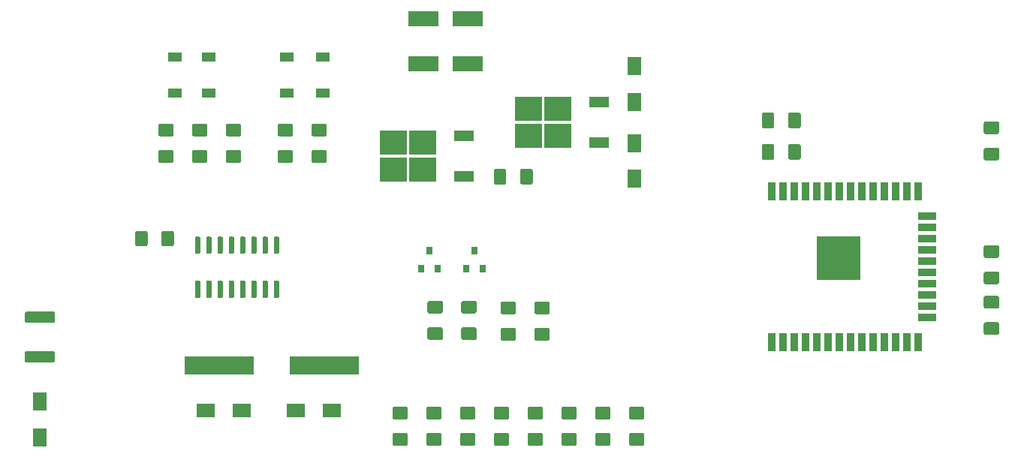
<source format=gbr>
G04 #@! TF.GenerationSoftware,KiCad,Pcbnew,5.1.5-52549c5~84~ubuntu18.04.1*
G04 #@! TF.CreationDate,2020-01-05T00:06:13+01:00*
G04 #@! TF.ProjectId,PCB,5043422e-6b69-4636-9164-5f7063625858,rev?*
G04 #@! TF.SameCoordinates,Original*
G04 #@! TF.FileFunction,Paste,Bot*
G04 #@! TF.FilePolarity,Positive*
%FSLAX46Y46*%
G04 Gerber Fmt 4.6, Leading zero omitted, Abs format (unit mm)*
G04 Created by KiCad (PCBNEW 5.1.5-52549c5~84~ubuntu18.04.1) date 2020-01-05 00:06:13*
%MOMM*%
%LPD*%
G04 APERTURE LIST*
%ADD10R,7.875000X2.000000*%
%ADD11R,0.900000X2.000000*%
%ADD12R,2.000000X0.900000*%
%ADD13R,5.000000X5.000000*%
%ADD14R,1.500000X1.050000*%
%ADD15C,0.100000*%
%ADD16R,0.800000X0.900000*%
%ADD17R,3.500000X1.800000*%
%ADD18R,1.600000X2.000000*%
%ADD19R,2.000000X1.600000*%
%ADD20R,3.050000X2.750000*%
%ADD21R,2.200000X1.200000*%
G04 APERTURE END LIST*
D10*
X111633000Y-89916000D03*
X123508000Y-89916000D03*
D11*
X173990000Y-87240000D03*
X175260000Y-87240000D03*
X176530000Y-87240000D03*
X177800000Y-87240000D03*
X179070000Y-87240000D03*
X180340000Y-87240000D03*
X181610000Y-87240000D03*
X182880000Y-87240000D03*
X184150000Y-87240000D03*
X185420000Y-87240000D03*
X186690000Y-87240000D03*
X187960000Y-87240000D03*
X189230000Y-87240000D03*
X190500000Y-87240000D03*
D12*
X191500000Y-84455000D03*
X191500000Y-83185000D03*
X191500000Y-81915000D03*
X191500000Y-80645000D03*
X191500000Y-79375000D03*
X191500000Y-78105000D03*
X191500000Y-76835000D03*
X191500000Y-75565000D03*
X191500000Y-74295000D03*
X191500000Y-73025000D03*
D11*
X190500000Y-70240000D03*
X189230000Y-70240000D03*
X187960000Y-70240000D03*
X186690000Y-70240000D03*
X185420000Y-70240000D03*
X184150000Y-70240000D03*
X182880000Y-70240000D03*
X181610000Y-70240000D03*
X180340000Y-70240000D03*
X179070000Y-70240000D03*
X177800000Y-70240000D03*
X176530000Y-70240000D03*
X175260000Y-70240000D03*
X173990000Y-70240000D03*
D13*
X181490000Y-77740000D03*
D14*
X119253000Y-55118000D03*
X119253000Y-59118000D03*
X106680000Y-55118000D03*
X106680000Y-59118000D03*
X123317000Y-55118000D03*
X123317000Y-59118000D03*
D15*
G36*
X159399504Y-94538704D02*
G01*
X159423773Y-94542304D01*
X159447571Y-94548265D01*
X159470671Y-94556530D01*
X159492849Y-94567020D01*
X159513893Y-94579633D01*
X159533598Y-94594247D01*
X159551777Y-94610723D01*
X159568253Y-94628902D01*
X159582867Y-94648607D01*
X159595480Y-94669651D01*
X159605970Y-94691829D01*
X159614235Y-94714929D01*
X159620196Y-94738727D01*
X159623796Y-94762996D01*
X159625000Y-94787500D01*
X159625000Y-95712500D01*
X159623796Y-95737004D01*
X159620196Y-95761273D01*
X159614235Y-95785071D01*
X159605970Y-95808171D01*
X159595480Y-95830349D01*
X159582867Y-95851393D01*
X159568253Y-95871098D01*
X159551777Y-95889277D01*
X159533598Y-95905753D01*
X159513893Y-95920367D01*
X159492849Y-95932980D01*
X159470671Y-95943470D01*
X159447571Y-95951735D01*
X159423773Y-95957696D01*
X159399504Y-95961296D01*
X159375000Y-95962500D01*
X158125000Y-95962500D01*
X158100496Y-95961296D01*
X158076227Y-95957696D01*
X158052429Y-95951735D01*
X158029329Y-95943470D01*
X158007151Y-95932980D01*
X157986107Y-95920367D01*
X157966402Y-95905753D01*
X157948223Y-95889277D01*
X157931747Y-95871098D01*
X157917133Y-95851393D01*
X157904520Y-95830349D01*
X157894030Y-95808171D01*
X157885765Y-95785071D01*
X157879804Y-95761273D01*
X157876204Y-95737004D01*
X157875000Y-95712500D01*
X157875000Y-94787500D01*
X157876204Y-94762996D01*
X157879804Y-94738727D01*
X157885765Y-94714929D01*
X157894030Y-94691829D01*
X157904520Y-94669651D01*
X157917133Y-94648607D01*
X157931747Y-94628902D01*
X157948223Y-94610723D01*
X157966402Y-94594247D01*
X157986107Y-94579633D01*
X158007151Y-94567020D01*
X158029329Y-94556530D01*
X158052429Y-94548265D01*
X158076227Y-94542304D01*
X158100496Y-94538704D01*
X158125000Y-94537500D01*
X159375000Y-94537500D01*
X159399504Y-94538704D01*
G37*
G36*
X159399504Y-97513704D02*
G01*
X159423773Y-97517304D01*
X159447571Y-97523265D01*
X159470671Y-97531530D01*
X159492849Y-97542020D01*
X159513893Y-97554633D01*
X159533598Y-97569247D01*
X159551777Y-97585723D01*
X159568253Y-97603902D01*
X159582867Y-97623607D01*
X159595480Y-97644651D01*
X159605970Y-97666829D01*
X159614235Y-97689929D01*
X159620196Y-97713727D01*
X159623796Y-97737996D01*
X159625000Y-97762500D01*
X159625000Y-98687500D01*
X159623796Y-98712004D01*
X159620196Y-98736273D01*
X159614235Y-98760071D01*
X159605970Y-98783171D01*
X159595480Y-98805349D01*
X159582867Y-98826393D01*
X159568253Y-98846098D01*
X159551777Y-98864277D01*
X159533598Y-98880753D01*
X159513893Y-98895367D01*
X159492849Y-98907980D01*
X159470671Y-98918470D01*
X159447571Y-98926735D01*
X159423773Y-98932696D01*
X159399504Y-98936296D01*
X159375000Y-98937500D01*
X158125000Y-98937500D01*
X158100496Y-98936296D01*
X158076227Y-98932696D01*
X158052429Y-98926735D01*
X158029329Y-98918470D01*
X158007151Y-98907980D01*
X157986107Y-98895367D01*
X157966402Y-98880753D01*
X157948223Y-98864277D01*
X157931747Y-98846098D01*
X157917133Y-98826393D01*
X157904520Y-98805349D01*
X157894030Y-98783171D01*
X157885765Y-98760071D01*
X157879804Y-98736273D01*
X157876204Y-98712004D01*
X157875000Y-98687500D01*
X157875000Y-97762500D01*
X157876204Y-97737996D01*
X157879804Y-97713727D01*
X157885765Y-97689929D01*
X157894030Y-97666829D01*
X157904520Y-97644651D01*
X157917133Y-97623607D01*
X157931747Y-97603902D01*
X157948223Y-97585723D01*
X157966402Y-97569247D01*
X157986107Y-97554633D01*
X158007151Y-97542020D01*
X158029329Y-97531530D01*
X158052429Y-97523265D01*
X158076227Y-97517304D01*
X158100496Y-97513704D01*
X158125000Y-97512500D01*
X159375000Y-97512500D01*
X159399504Y-97513704D01*
G37*
G36*
X147969504Y-94538704D02*
G01*
X147993773Y-94542304D01*
X148017571Y-94548265D01*
X148040671Y-94556530D01*
X148062849Y-94567020D01*
X148083893Y-94579633D01*
X148103598Y-94594247D01*
X148121777Y-94610723D01*
X148138253Y-94628902D01*
X148152867Y-94648607D01*
X148165480Y-94669651D01*
X148175970Y-94691829D01*
X148184235Y-94714929D01*
X148190196Y-94738727D01*
X148193796Y-94762996D01*
X148195000Y-94787500D01*
X148195000Y-95712500D01*
X148193796Y-95737004D01*
X148190196Y-95761273D01*
X148184235Y-95785071D01*
X148175970Y-95808171D01*
X148165480Y-95830349D01*
X148152867Y-95851393D01*
X148138253Y-95871098D01*
X148121777Y-95889277D01*
X148103598Y-95905753D01*
X148083893Y-95920367D01*
X148062849Y-95932980D01*
X148040671Y-95943470D01*
X148017571Y-95951735D01*
X147993773Y-95957696D01*
X147969504Y-95961296D01*
X147945000Y-95962500D01*
X146695000Y-95962500D01*
X146670496Y-95961296D01*
X146646227Y-95957696D01*
X146622429Y-95951735D01*
X146599329Y-95943470D01*
X146577151Y-95932980D01*
X146556107Y-95920367D01*
X146536402Y-95905753D01*
X146518223Y-95889277D01*
X146501747Y-95871098D01*
X146487133Y-95851393D01*
X146474520Y-95830349D01*
X146464030Y-95808171D01*
X146455765Y-95785071D01*
X146449804Y-95761273D01*
X146446204Y-95737004D01*
X146445000Y-95712500D01*
X146445000Y-94787500D01*
X146446204Y-94762996D01*
X146449804Y-94738727D01*
X146455765Y-94714929D01*
X146464030Y-94691829D01*
X146474520Y-94669651D01*
X146487133Y-94648607D01*
X146501747Y-94628902D01*
X146518223Y-94610723D01*
X146536402Y-94594247D01*
X146556107Y-94579633D01*
X146577151Y-94567020D01*
X146599329Y-94556530D01*
X146622429Y-94548265D01*
X146646227Y-94542304D01*
X146670496Y-94538704D01*
X146695000Y-94537500D01*
X147945000Y-94537500D01*
X147969504Y-94538704D01*
G37*
G36*
X147969504Y-97513704D02*
G01*
X147993773Y-97517304D01*
X148017571Y-97523265D01*
X148040671Y-97531530D01*
X148062849Y-97542020D01*
X148083893Y-97554633D01*
X148103598Y-97569247D01*
X148121777Y-97585723D01*
X148138253Y-97603902D01*
X148152867Y-97623607D01*
X148165480Y-97644651D01*
X148175970Y-97666829D01*
X148184235Y-97689929D01*
X148190196Y-97713727D01*
X148193796Y-97737996D01*
X148195000Y-97762500D01*
X148195000Y-98687500D01*
X148193796Y-98712004D01*
X148190196Y-98736273D01*
X148184235Y-98760071D01*
X148175970Y-98783171D01*
X148165480Y-98805349D01*
X148152867Y-98826393D01*
X148138253Y-98846098D01*
X148121777Y-98864277D01*
X148103598Y-98880753D01*
X148083893Y-98895367D01*
X148062849Y-98907980D01*
X148040671Y-98918470D01*
X148017571Y-98926735D01*
X147993773Y-98932696D01*
X147969504Y-98936296D01*
X147945000Y-98937500D01*
X146695000Y-98937500D01*
X146670496Y-98936296D01*
X146646227Y-98932696D01*
X146622429Y-98926735D01*
X146599329Y-98918470D01*
X146577151Y-98907980D01*
X146556107Y-98895367D01*
X146536402Y-98880753D01*
X146518223Y-98864277D01*
X146501747Y-98846098D01*
X146487133Y-98826393D01*
X146474520Y-98805349D01*
X146464030Y-98783171D01*
X146455765Y-98760071D01*
X146449804Y-98736273D01*
X146446204Y-98712004D01*
X146445000Y-98687500D01*
X146445000Y-97762500D01*
X146446204Y-97737996D01*
X146449804Y-97713727D01*
X146455765Y-97689929D01*
X146464030Y-97666829D01*
X146474520Y-97644651D01*
X146487133Y-97623607D01*
X146501747Y-97603902D01*
X146518223Y-97585723D01*
X146536402Y-97569247D01*
X146556107Y-97554633D01*
X146577151Y-97542020D01*
X146599329Y-97531530D01*
X146622429Y-97523265D01*
X146646227Y-97517304D01*
X146670496Y-97513704D01*
X146695000Y-97512500D01*
X147945000Y-97512500D01*
X147969504Y-97513704D01*
G37*
G36*
X151779504Y-94538704D02*
G01*
X151803773Y-94542304D01*
X151827571Y-94548265D01*
X151850671Y-94556530D01*
X151872849Y-94567020D01*
X151893893Y-94579633D01*
X151913598Y-94594247D01*
X151931777Y-94610723D01*
X151948253Y-94628902D01*
X151962867Y-94648607D01*
X151975480Y-94669651D01*
X151985970Y-94691829D01*
X151994235Y-94714929D01*
X152000196Y-94738727D01*
X152003796Y-94762996D01*
X152005000Y-94787500D01*
X152005000Y-95712500D01*
X152003796Y-95737004D01*
X152000196Y-95761273D01*
X151994235Y-95785071D01*
X151985970Y-95808171D01*
X151975480Y-95830349D01*
X151962867Y-95851393D01*
X151948253Y-95871098D01*
X151931777Y-95889277D01*
X151913598Y-95905753D01*
X151893893Y-95920367D01*
X151872849Y-95932980D01*
X151850671Y-95943470D01*
X151827571Y-95951735D01*
X151803773Y-95957696D01*
X151779504Y-95961296D01*
X151755000Y-95962500D01*
X150505000Y-95962500D01*
X150480496Y-95961296D01*
X150456227Y-95957696D01*
X150432429Y-95951735D01*
X150409329Y-95943470D01*
X150387151Y-95932980D01*
X150366107Y-95920367D01*
X150346402Y-95905753D01*
X150328223Y-95889277D01*
X150311747Y-95871098D01*
X150297133Y-95851393D01*
X150284520Y-95830349D01*
X150274030Y-95808171D01*
X150265765Y-95785071D01*
X150259804Y-95761273D01*
X150256204Y-95737004D01*
X150255000Y-95712500D01*
X150255000Y-94787500D01*
X150256204Y-94762996D01*
X150259804Y-94738727D01*
X150265765Y-94714929D01*
X150274030Y-94691829D01*
X150284520Y-94669651D01*
X150297133Y-94648607D01*
X150311747Y-94628902D01*
X150328223Y-94610723D01*
X150346402Y-94594247D01*
X150366107Y-94579633D01*
X150387151Y-94567020D01*
X150409329Y-94556530D01*
X150432429Y-94548265D01*
X150456227Y-94542304D01*
X150480496Y-94538704D01*
X150505000Y-94537500D01*
X151755000Y-94537500D01*
X151779504Y-94538704D01*
G37*
G36*
X151779504Y-97513704D02*
G01*
X151803773Y-97517304D01*
X151827571Y-97523265D01*
X151850671Y-97531530D01*
X151872849Y-97542020D01*
X151893893Y-97554633D01*
X151913598Y-97569247D01*
X151931777Y-97585723D01*
X151948253Y-97603902D01*
X151962867Y-97623607D01*
X151975480Y-97644651D01*
X151985970Y-97666829D01*
X151994235Y-97689929D01*
X152000196Y-97713727D01*
X152003796Y-97737996D01*
X152005000Y-97762500D01*
X152005000Y-98687500D01*
X152003796Y-98712004D01*
X152000196Y-98736273D01*
X151994235Y-98760071D01*
X151985970Y-98783171D01*
X151975480Y-98805349D01*
X151962867Y-98826393D01*
X151948253Y-98846098D01*
X151931777Y-98864277D01*
X151913598Y-98880753D01*
X151893893Y-98895367D01*
X151872849Y-98907980D01*
X151850671Y-98918470D01*
X151827571Y-98926735D01*
X151803773Y-98932696D01*
X151779504Y-98936296D01*
X151755000Y-98937500D01*
X150505000Y-98937500D01*
X150480496Y-98936296D01*
X150456227Y-98932696D01*
X150432429Y-98926735D01*
X150409329Y-98918470D01*
X150387151Y-98907980D01*
X150366107Y-98895367D01*
X150346402Y-98880753D01*
X150328223Y-98864277D01*
X150311747Y-98846098D01*
X150297133Y-98826393D01*
X150284520Y-98805349D01*
X150274030Y-98783171D01*
X150265765Y-98760071D01*
X150259804Y-98736273D01*
X150256204Y-98712004D01*
X150255000Y-98687500D01*
X150255000Y-97762500D01*
X150256204Y-97737996D01*
X150259804Y-97713727D01*
X150265765Y-97689929D01*
X150274030Y-97666829D01*
X150284520Y-97644651D01*
X150297133Y-97623607D01*
X150311747Y-97603902D01*
X150328223Y-97585723D01*
X150346402Y-97569247D01*
X150366107Y-97554633D01*
X150387151Y-97542020D01*
X150409329Y-97531530D01*
X150432429Y-97523265D01*
X150456227Y-97517304D01*
X150480496Y-97513704D01*
X150505000Y-97512500D01*
X151755000Y-97512500D01*
X151779504Y-97513704D01*
G37*
G36*
X155589504Y-94538704D02*
G01*
X155613773Y-94542304D01*
X155637571Y-94548265D01*
X155660671Y-94556530D01*
X155682849Y-94567020D01*
X155703893Y-94579633D01*
X155723598Y-94594247D01*
X155741777Y-94610723D01*
X155758253Y-94628902D01*
X155772867Y-94648607D01*
X155785480Y-94669651D01*
X155795970Y-94691829D01*
X155804235Y-94714929D01*
X155810196Y-94738727D01*
X155813796Y-94762996D01*
X155815000Y-94787500D01*
X155815000Y-95712500D01*
X155813796Y-95737004D01*
X155810196Y-95761273D01*
X155804235Y-95785071D01*
X155795970Y-95808171D01*
X155785480Y-95830349D01*
X155772867Y-95851393D01*
X155758253Y-95871098D01*
X155741777Y-95889277D01*
X155723598Y-95905753D01*
X155703893Y-95920367D01*
X155682849Y-95932980D01*
X155660671Y-95943470D01*
X155637571Y-95951735D01*
X155613773Y-95957696D01*
X155589504Y-95961296D01*
X155565000Y-95962500D01*
X154315000Y-95962500D01*
X154290496Y-95961296D01*
X154266227Y-95957696D01*
X154242429Y-95951735D01*
X154219329Y-95943470D01*
X154197151Y-95932980D01*
X154176107Y-95920367D01*
X154156402Y-95905753D01*
X154138223Y-95889277D01*
X154121747Y-95871098D01*
X154107133Y-95851393D01*
X154094520Y-95830349D01*
X154084030Y-95808171D01*
X154075765Y-95785071D01*
X154069804Y-95761273D01*
X154066204Y-95737004D01*
X154065000Y-95712500D01*
X154065000Y-94787500D01*
X154066204Y-94762996D01*
X154069804Y-94738727D01*
X154075765Y-94714929D01*
X154084030Y-94691829D01*
X154094520Y-94669651D01*
X154107133Y-94648607D01*
X154121747Y-94628902D01*
X154138223Y-94610723D01*
X154156402Y-94594247D01*
X154176107Y-94579633D01*
X154197151Y-94567020D01*
X154219329Y-94556530D01*
X154242429Y-94548265D01*
X154266227Y-94542304D01*
X154290496Y-94538704D01*
X154315000Y-94537500D01*
X155565000Y-94537500D01*
X155589504Y-94538704D01*
G37*
G36*
X155589504Y-97513704D02*
G01*
X155613773Y-97517304D01*
X155637571Y-97523265D01*
X155660671Y-97531530D01*
X155682849Y-97542020D01*
X155703893Y-97554633D01*
X155723598Y-97569247D01*
X155741777Y-97585723D01*
X155758253Y-97603902D01*
X155772867Y-97623607D01*
X155785480Y-97644651D01*
X155795970Y-97666829D01*
X155804235Y-97689929D01*
X155810196Y-97713727D01*
X155813796Y-97737996D01*
X155815000Y-97762500D01*
X155815000Y-98687500D01*
X155813796Y-98712004D01*
X155810196Y-98736273D01*
X155804235Y-98760071D01*
X155795970Y-98783171D01*
X155785480Y-98805349D01*
X155772867Y-98826393D01*
X155758253Y-98846098D01*
X155741777Y-98864277D01*
X155723598Y-98880753D01*
X155703893Y-98895367D01*
X155682849Y-98907980D01*
X155660671Y-98918470D01*
X155637571Y-98926735D01*
X155613773Y-98932696D01*
X155589504Y-98936296D01*
X155565000Y-98937500D01*
X154315000Y-98937500D01*
X154290496Y-98936296D01*
X154266227Y-98932696D01*
X154242429Y-98926735D01*
X154219329Y-98918470D01*
X154197151Y-98907980D01*
X154176107Y-98895367D01*
X154156402Y-98880753D01*
X154138223Y-98864277D01*
X154121747Y-98846098D01*
X154107133Y-98826393D01*
X154094520Y-98805349D01*
X154084030Y-98783171D01*
X154075765Y-98760071D01*
X154069804Y-98736273D01*
X154066204Y-98712004D01*
X154065000Y-98687500D01*
X154065000Y-97762500D01*
X154066204Y-97737996D01*
X154069804Y-97713727D01*
X154075765Y-97689929D01*
X154084030Y-97666829D01*
X154094520Y-97644651D01*
X154107133Y-97623607D01*
X154121747Y-97603902D01*
X154138223Y-97585723D01*
X154156402Y-97569247D01*
X154176107Y-97554633D01*
X154197151Y-97542020D01*
X154219329Y-97531530D01*
X154242429Y-97523265D01*
X154266227Y-97517304D01*
X154290496Y-97513704D01*
X154315000Y-97512500D01*
X155565000Y-97512500D01*
X155589504Y-97513704D01*
G37*
G36*
X140349504Y-94538704D02*
G01*
X140373773Y-94542304D01*
X140397571Y-94548265D01*
X140420671Y-94556530D01*
X140442849Y-94567020D01*
X140463893Y-94579633D01*
X140483598Y-94594247D01*
X140501777Y-94610723D01*
X140518253Y-94628902D01*
X140532867Y-94648607D01*
X140545480Y-94669651D01*
X140555970Y-94691829D01*
X140564235Y-94714929D01*
X140570196Y-94738727D01*
X140573796Y-94762996D01*
X140575000Y-94787500D01*
X140575000Y-95712500D01*
X140573796Y-95737004D01*
X140570196Y-95761273D01*
X140564235Y-95785071D01*
X140555970Y-95808171D01*
X140545480Y-95830349D01*
X140532867Y-95851393D01*
X140518253Y-95871098D01*
X140501777Y-95889277D01*
X140483598Y-95905753D01*
X140463893Y-95920367D01*
X140442849Y-95932980D01*
X140420671Y-95943470D01*
X140397571Y-95951735D01*
X140373773Y-95957696D01*
X140349504Y-95961296D01*
X140325000Y-95962500D01*
X139075000Y-95962500D01*
X139050496Y-95961296D01*
X139026227Y-95957696D01*
X139002429Y-95951735D01*
X138979329Y-95943470D01*
X138957151Y-95932980D01*
X138936107Y-95920367D01*
X138916402Y-95905753D01*
X138898223Y-95889277D01*
X138881747Y-95871098D01*
X138867133Y-95851393D01*
X138854520Y-95830349D01*
X138844030Y-95808171D01*
X138835765Y-95785071D01*
X138829804Y-95761273D01*
X138826204Y-95737004D01*
X138825000Y-95712500D01*
X138825000Y-94787500D01*
X138826204Y-94762996D01*
X138829804Y-94738727D01*
X138835765Y-94714929D01*
X138844030Y-94691829D01*
X138854520Y-94669651D01*
X138867133Y-94648607D01*
X138881747Y-94628902D01*
X138898223Y-94610723D01*
X138916402Y-94594247D01*
X138936107Y-94579633D01*
X138957151Y-94567020D01*
X138979329Y-94556530D01*
X139002429Y-94548265D01*
X139026227Y-94542304D01*
X139050496Y-94538704D01*
X139075000Y-94537500D01*
X140325000Y-94537500D01*
X140349504Y-94538704D01*
G37*
G36*
X140349504Y-97513704D02*
G01*
X140373773Y-97517304D01*
X140397571Y-97523265D01*
X140420671Y-97531530D01*
X140442849Y-97542020D01*
X140463893Y-97554633D01*
X140483598Y-97569247D01*
X140501777Y-97585723D01*
X140518253Y-97603902D01*
X140532867Y-97623607D01*
X140545480Y-97644651D01*
X140555970Y-97666829D01*
X140564235Y-97689929D01*
X140570196Y-97713727D01*
X140573796Y-97737996D01*
X140575000Y-97762500D01*
X140575000Y-98687500D01*
X140573796Y-98712004D01*
X140570196Y-98736273D01*
X140564235Y-98760071D01*
X140555970Y-98783171D01*
X140545480Y-98805349D01*
X140532867Y-98826393D01*
X140518253Y-98846098D01*
X140501777Y-98864277D01*
X140483598Y-98880753D01*
X140463893Y-98895367D01*
X140442849Y-98907980D01*
X140420671Y-98918470D01*
X140397571Y-98926735D01*
X140373773Y-98932696D01*
X140349504Y-98936296D01*
X140325000Y-98937500D01*
X139075000Y-98937500D01*
X139050496Y-98936296D01*
X139026227Y-98932696D01*
X139002429Y-98926735D01*
X138979329Y-98918470D01*
X138957151Y-98907980D01*
X138936107Y-98895367D01*
X138916402Y-98880753D01*
X138898223Y-98864277D01*
X138881747Y-98846098D01*
X138867133Y-98826393D01*
X138854520Y-98805349D01*
X138844030Y-98783171D01*
X138835765Y-98760071D01*
X138829804Y-98736273D01*
X138826204Y-98712004D01*
X138825000Y-98687500D01*
X138825000Y-97762500D01*
X138826204Y-97737996D01*
X138829804Y-97713727D01*
X138835765Y-97689929D01*
X138844030Y-97666829D01*
X138854520Y-97644651D01*
X138867133Y-97623607D01*
X138881747Y-97603902D01*
X138898223Y-97585723D01*
X138916402Y-97569247D01*
X138936107Y-97554633D01*
X138957151Y-97542020D01*
X138979329Y-97531530D01*
X139002429Y-97523265D01*
X139026227Y-97517304D01*
X139050496Y-97513704D01*
X139075000Y-97512500D01*
X140325000Y-97512500D01*
X140349504Y-97513704D01*
G37*
G36*
X144159504Y-94538704D02*
G01*
X144183773Y-94542304D01*
X144207571Y-94548265D01*
X144230671Y-94556530D01*
X144252849Y-94567020D01*
X144273893Y-94579633D01*
X144293598Y-94594247D01*
X144311777Y-94610723D01*
X144328253Y-94628902D01*
X144342867Y-94648607D01*
X144355480Y-94669651D01*
X144365970Y-94691829D01*
X144374235Y-94714929D01*
X144380196Y-94738727D01*
X144383796Y-94762996D01*
X144385000Y-94787500D01*
X144385000Y-95712500D01*
X144383796Y-95737004D01*
X144380196Y-95761273D01*
X144374235Y-95785071D01*
X144365970Y-95808171D01*
X144355480Y-95830349D01*
X144342867Y-95851393D01*
X144328253Y-95871098D01*
X144311777Y-95889277D01*
X144293598Y-95905753D01*
X144273893Y-95920367D01*
X144252849Y-95932980D01*
X144230671Y-95943470D01*
X144207571Y-95951735D01*
X144183773Y-95957696D01*
X144159504Y-95961296D01*
X144135000Y-95962500D01*
X142885000Y-95962500D01*
X142860496Y-95961296D01*
X142836227Y-95957696D01*
X142812429Y-95951735D01*
X142789329Y-95943470D01*
X142767151Y-95932980D01*
X142746107Y-95920367D01*
X142726402Y-95905753D01*
X142708223Y-95889277D01*
X142691747Y-95871098D01*
X142677133Y-95851393D01*
X142664520Y-95830349D01*
X142654030Y-95808171D01*
X142645765Y-95785071D01*
X142639804Y-95761273D01*
X142636204Y-95737004D01*
X142635000Y-95712500D01*
X142635000Y-94787500D01*
X142636204Y-94762996D01*
X142639804Y-94738727D01*
X142645765Y-94714929D01*
X142654030Y-94691829D01*
X142664520Y-94669651D01*
X142677133Y-94648607D01*
X142691747Y-94628902D01*
X142708223Y-94610723D01*
X142726402Y-94594247D01*
X142746107Y-94579633D01*
X142767151Y-94567020D01*
X142789329Y-94556530D01*
X142812429Y-94548265D01*
X142836227Y-94542304D01*
X142860496Y-94538704D01*
X142885000Y-94537500D01*
X144135000Y-94537500D01*
X144159504Y-94538704D01*
G37*
G36*
X144159504Y-97513704D02*
G01*
X144183773Y-97517304D01*
X144207571Y-97523265D01*
X144230671Y-97531530D01*
X144252849Y-97542020D01*
X144273893Y-97554633D01*
X144293598Y-97569247D01*
X144311777Y-97585723D01*
X144328253Y-97603902D01*
X144342867Y-97623607D01*
X144355480Y-97644651D01*
X144365970Y-97666829D01*
X144374235Y-97689929D01*
X144380196Y-97713727D01*
X144383796Y-97737996D01*
X144385000Y-97762500D01*
X144385000Y-98687500D01*
X144383796Y-98712004D01*
X144380196Y-98736273D01*
X144374235Y-98760071D01*
X144365970Y-98783171D01*
X144355480Y-98805349D01*
X144342867Y-98826393D01*
X144328253Y-98846098D01*
X144311777Y-98864277D01*
X144293598Y-98880753D01*
X144273893Y-98895367D01*
X144252849Y-98907980D01*
X144230671Y-98918470D01*
X144207571Y-98926735D01*
X144183773Y-98932696D01*
X144159504Y-98936296D01*
X144135000Y-98937500D01*
X142885000Y-98937500D01*
X142860496Y-98936296D01*
X142836227Y-98932696D01*
X142812429Y-98926735D01*
X142789329Y-98918470D01*
X142767151Y-98907980D01*
X142746107Y-98895367D01*
X142726402Y-98880753D01*
X142708223Y-98864277D01*
X142691747Y-98846098D01*
X142677133Y-98826393D01*
X142664520Y-98805349D01*
X142654030Y-98783171D01*
X142645765Y-98760071D01*
X142639804Y-98736273D01*
X142636204Y-98712004D01*
X142635000Y-98687500D01*
X142635000Y-97762500D01*
X142636204Y-97737996D01*
X142639804Y-97713727D01*
X142645765Y-97689929D01*
X142654030Y-97666829D01*
X142664520Y-97644651D01*
X142677133Y-97623607D01*
X142691747Y-97603902D01*
X142708223Y-97585723D01*
X142726402Y-97569247D01*
X142746107Y-97554633D01*
X142767151Y-97542020D01*
X142789329Y-97531530D01*
X142812429Y-97523265D01*
X142836227Y-97517304D01*
X142860496Y-97513704D01*
X142885000Y-97512500D01*
X144135000Y-97512500D01*
X144159504Y-97513704D01*
G37*
G36*
X136539504Y-94538704D02*
G01*
X136563773Y-94542304D01*
X136587571Y-94548265D01*
X136610671Y-94556530D01*
X136632849Y-94567020D01*
X136653893Y-94579633D01*
X136673598Y-94594247D01*
X136691777Y-94610723D01*
X136708253Y-94628902D01*
X136722867Y-94648607D01*
X136735480Y-94669651D01*
X136745970Y-94691829D01*
X136754235Y-94714929D01*
X136760196Y-94738727D01*
X136763796Y-94762996D01*
X136765000Y-94787500D01*
X136765000Y-95712500D01*
X136763796Y-95737004D01*
X136760196Y-95761273D01*
X136754235Y-95785071D01*
X136745970Y-95808171D01*
X136735480Y-95830349D01*
X136722867Y-95851393D01*
X136708253Y-95871098D01*
X136691777Y-95889277D01*
X136673598Y-95905753D01*
X136653893Y-95920367D01*
X136632849Y-95932980D01*
X136610671Y-95943470D01*
X136587571Y-95951735D01*
X136563773Y-95957696D01*
X136539504Y-95961296D01*
X136515000Y-95962500D01*
X135265000Y-95962500D01*
X135240496Y-95961296D01*
X135216227Y-95957696D01*
X135192429Y-95951735D01*
X135169329Y-95943470D01*
X135147151Y-95932980D01*
X135126107Y-95920367D01*
X135106402Y-95905753D01*
X135088223Y-95889277D01*
X135071747Y-95871098D01*
X135057133Y-95851393D01*
X135044520Y-95830349D01*
X135034030Y-95808171D01*
X135025765Y-95785071D01*
X135019804Y-95761273D01*
X135016204Y-95737004D01*
X135015000Y-95712500D01*
X135015000Y-94787500D01*
X135016204Y-94762996D01*
X135019804Y-94738727D01*
X135025765Y-94714929D01*
X135034030Y-94691829D01*
X135044520Y-94669651D01*
X135057133Y-94648607D01*
X135071747Y-94628902D01*
X135088223Y-94610723D01*
X135106402Y-94594247D01*
X135126107Y-94579633D01*
X135147151Y-94567020D01*
X135169329Y-94556530D01*
X135192429Y-94548265D01*
X135216227Y-94542304D01*
X135240496Y-94538704D01*
X135265000Y-94537500D01*
X136515000Y-94537500D01*
X136539504Y-94538704D01*
G37*
G36*
X136539504Y-97513704D02*
G01*
X136563773Y-97517304D01*
X136587571Y-97523265D01*
X136610671Y-97531530D01*
X136632849Y-97542020D01*
X136653893Y-97554633D01*
X136673598Y-97569247D01*
X136691777Y-97585723D01*
X136708253Y-97603902D01*
X136722867Y-97623607D01*
X136735480Y-97644651D01*
X136745970Y-97666829D01*
X136754235Y-97689929D01*
X136760196Y-97713727D01*
X136763796Y-97737996D01*
X136765000Y-97762500D01*
X136765000Y-98687500D01*
X136763796Y-98712004D01*
X136760196Y-98736273D01*
X136754235Y-98760071D01*
X136745970Y-98783171D01*
X136735480Y-98805349D01*
X136722867Y-98826393D01*
X136708253Y-98846098D01*
X136691777Y-98864277D01*
X136673598Y-98880753D01*
X136653893Y-98895367D01*
X136632849Y-98907980D01*
X136610671Y-98918470D01*
X136587571Y-98926735D01*
X136563773Y-98932696D01*
X136539504Y-98936296D01*
X136515000Y-98937500D01*
X135265000Y-98937500D01*
X135240496Y-98936296D01*
X135216227Y-98932696D01*
X135192429Y-98926735D01*
X135169329Y-98918470D01*
X135147151Y-98907980D01*
X135126107Y-98895367D01*
X135106402Y-98880753D01*
X135088223Y-98864277D01*
X135071747Y-98846098D01*
X135057133Y-98826393D01*
X135044520Y-98805349D01*
X135034030Y-98783171D01*
X135025765Y-98760071D01*
X135019804Y-98736273D01*
X135016204Y-98712004D01*
X135015000Y-98687500D01*
X135015000Y-97762500D01*
X135016204Y-97737996D01*
X135019804Y-97713727D01*
X135025765Y-97689929D01*
X135034030Y-97666829D01*
X135044520Y-97644651D01*
X135057133Y-97623607D01*
X135071747Y-97603902D01*
X135088223Y-97585723D01*
X135106402Y-97569247D01*
X135126107Y-97554633D01*
X135147151Y-97542020D01*
X135169329Y-97531530D01*
X135192429Y-97523265D01*
X135216227Y-97517304D01*
X135240496Y-97513704D01*
X135265000Y-97512500D01*
X136515000Y-97512500D01*
X136539504Y-97513704D01*
G37*
G36*
X132729504Y-94538704D02*
G01*
X132753773Y-94542304D01*
X132777571Y-94548265D01*
X132800671Y-94556530D01*
X132822849Y-94567020D01*
X132843893Y-94579633D01*
X132863598Y-94594247D01*
X132881777Y-94610723D01*
X132898253Y-94628902D01*
X132912867Y-94648607D01*
X132925480Y-94669651D01*
X132935970Y-94691829D01*
X132944235Y-94714929D01*
X132950196Y-94738727D01*
X132953796Y-94762996D01*
X132955000Y-94787500D01*
X132955000Y-95712500D01*
X132953796Y-95737004D01*
X132950196Y-95761273D01*
X132944235Y-95785071D01*
X132935970Y-95808171D01*
X132925480Y-95830349D01*
X132912867Y-95851393D01*
X132898253Y-95871098D01*
X132881777Y-95889277D01*
X132863598Y-95905753D01*
X132843893Y-95920367D01*
X132822849Y-95932980D01*
X132800671Y-95943470D01*
X132777571Y-95951735D01*
X132753773Y-95957696D01*
X132729504Y-95961296D01*
X132705000Y-95962500D01*
X131455000Y-95962500D01*
X131430496Y-95961296D01*
X131406227Y-95957696D01*
X131382429Y-95951735D01*
X131359329Y-95943470D01*
X131337151Y-95932980D01*
X131316107Y-95920367D01*
X131296402Y-95905753D01*
X131278223Y-95889277D01*
X131261747Y-95871098D01*
X131247133Y-95851393D01*
X131234520Y-95830349D01*
X131224030Y-95808171D01*
X131215765Y-95785071D01*
X131209804Y-95761273D01*
X131206204Y-95737004D01*
X131205000Y-95712500D01*
X131205000Y-94787500D01*
X131206204Y-94762996D01*
X131209804Y-94738727D01*
X131215765Y-94714929D01*
X131224030Y-94691829D01*
X131234520Y-94669651D01*
X131247133Y-94648607D01*
X131261747Y-94628902D01*
X131278223Y-94610723D01*
X131296402Y-94594247D01*
X131316107Y-94579633D01*
X131337151Y-94567020D01*
X131359329Y-94556530D01*
X131382429Y-94548265D01*
X131406227Y-94542304D01*
X131430496Y-94538704D01*
X131455000Y-94537500D01*
X132705000Y-94537500D01*
X132729504Y-94538704D01*
G37*
G36*
X132729504Y-97513704D02*
G01*
X132753773Y-97517304D01*
X132777571Y-97523265D01*
X132800671Y-97531530D01*
X132822849Y-97542020D01*
X132843893Y-97554633D01*
X132863598Y-97569247D01*
X132881777Y-97585723D01*
X132898253Y-97603902D01*
X132912867Y-97623607D01*
X132925480Y-97644651D01*
X132935970Y-97666829D01*
X132944235Y-97689929D01*
X132950196Y-97713727D01*
X132953796Y-97737996D01*
X132955000Y-97762500D01*
X132955000Y-98687500D01*
X132953796Y-98712004D01*
X132950196Y-98736273D01*
X132944235Y-98760071D01*
X132935970Y-98783171D01*
X132925480Y-98805349D01*
X132912867Y-98826393D01*
X132898253Y-98846098D01*
X132881777Y-98864277D01*
X132863598Y-98880753D01*
X132843893Y-98895367D01*
X132822849Y-98907980D01*
X132800671Y-98918470D01*
X132777571Y-98926735D01*
X132753773Y-98932696D01*
X132729504Y-98936296D01*
X132705000Y-98937500D01*
X131455000Y-98937500D01*
X131430496Y-98936296D01*
X131406227Y-98932696D01*
X131382429Y-98926735D01*
X131359329Y-98918470D01*
X131337151Y-98907980D01*
X131316107Y-98895367D01*
X131296402Y-98880753D01*
X131278223Y-98864277D01*
X131261747Y-98846098D01*
X131247133Y-98826393D01*
X131234520Y-98805349D01*
X131224030Y-98783171D01*
X131215765Y-98760071D01*
X131209804Y-98736273D01*
X131206204Y-98712004D01*
X131205000Y-98687500D01*
X131205000Y-97762500D01*
X131206204Y-97737996D01*
X131209804Y-97713727D01*
X131215765Y-97689929D01*
X131224030Y-97666829D01*
X131234520Y-97644651D01*
X131247133Y-97623607D01*
X131261747Y-97603902D01*
X131278223Y-97585723D01*
X131296402Y-97569247D01*
X131316107Y-97554633D01*
X131337151Y-97542020D01*
X131359329Y-97531530D01*
X131382429Y-97523265D01*
X131406227Y-97517304D01*
X131430496Y-97513704D01*
X131455000Y-97512500D01*
X132705000Y-97512500D01*
X132729504Y-97513704D01*
G37*
G36*
X103357004Y-74691204D02*
G01*
X103381273Y-74694804D01*
X103405071Y-74700765D01*
X103428171Y-74709030D01*
X103450349Y-74719520D01*
X103471393Y-74732133D01*
X103491098Y-74746747D01*
X103509277Y-74763223D01*
X103525753Y-74781402D01*
X103540367Y-74801107D01*
X103552980Y-74822151D01*
X103563470Y-74844329D01*
X103571735Y-74867429D01*
X103577696Y-74891227D01*
X103581296Y-74915496D01*
X103582500Y-74940000D01*
X103582500Y-76190000D01*
X103581296Y-76214504D01*
X103577696Y-76238773D01*
X103571735Y-76262571D01*
X103563470Y-76285671D01*
X103552980Y-76307849D01*
X103540367Y-76328893D01*
X103525753Y-76348598D01*
X103509277Y-76366777D01*
X103491098Y-76383253D01*
X103471393Y-76397867D01*
X103450349Y-76410480D01*
X103428171Y-76420970D01*
X103405071Y-76429235D01*
X103381273Y-76435196D01*
X103357004Y-76438796D01*
X103332500Y-76440000D01*
X102407500Y-76440000D01*
X102382996Y-76438796D01*
X102358727Y-76435196D01*
X102334929Y-76429235D01*
X102311829Y-76420970D01*
X102289651Y-76410480D01*
X102268607Y-76397867D01*
X102248902Y-76383253D01*
X102230723Y-76366777D01*
X102214247Y-76348598D01*
X102199633Y-76328893D01*
X102187020Y-76307849D01*
X102176530Y-76285671D01*
X102168265Y-76262571D01*
X102162304Y-76238773D01*
X102158704Y-76214504D01*
X102157500Y-76190000D01*
X102157500Y-74940000D01*
X102158704Y-74915496D01*
X102162304Y-74891227D01*
X102168265Y-74867429D01*
X102176530Y-74844329D01*
X102187020Y-74822151D01*
X102199633Y-74801107D01*
X102214247Y-74781402D01*
X102230723Y-74763223D01*
X102248902Y-74746747D01*
X102268607Y-74732133D01*
X102289651Y-74719520D01*
X102311829Y-74709030D01*
X102334929Y-74700765D01*
X102358727Y-74694804D01*
X102382996Y-74691204D01*
X102407500Y-74690000D01*
X103332500Y-74690000D01*
X103357004Y-74691204D01*
G37*
G36*
X106332004Y-74691204D02*
G01*
X106356273Y-74694804D01*
X106380071Y-74700765D01*
X106403171Y-74709030D01*
X106425349Y-74719520D01*
X106446393Y-74732133D01*
X106466098Y-74746747D01*
X106484277Y-74763223D01*
X106500753Y-74781402D01*
X106515367Y-74801107D01*
X106527980Y-74822151D01*
X106538470Y-74844329D01*
X106546735Y-74867429D01*
X106552696Y-74891227D01*
X106556296Y-74915496D01*
X106557500Y-74940000D01*
X106557500Y-76190000D01*
X106556296Y-76214504D01*
X106552696Y-76238773D01*
X106546735Y-76262571D01*
X106538470Y-76285671D01*
X106527980Y-76307849D01*
X106515367Y-76328893D01*
X106500753Y-76348598D01*
X106484277Y-76366777D01*
X106466098Y-76383253D01*
X106446393Y-76397867D01*
X106425349Y-76410480D01*
X106403171Y-76420970D01*
X106380071Y-76429235D01*
X106356273Y-76435196D01*
X106332004Y-76438796D01*
X106307500Y-76440000D01*
X105382500Y-76440000D01*
X105357996Y-76438796D01*
X105333727Y-76435196D01*
X105309929Y-76429235D01*
X105286829Y-76420970D01*
X105264651Y-76410480D01*
X105243607Y-76397867D01*
X105223902Y-76383253D01*
X105205723Y-76366777D01*
X105189247Y-76348598D01*
X105174633Y-76328893D01*
X105162020Y-76307849D01*
X105151530Y-76285671D01*
X105143265Y-76262571D01*
X105137304Y-76238773D01*
X105133704Y-76214504D01*
X105132500Y-76190000D01*
X105132500Y-74940000D01*
X105133704Y-74915496D01*
X105137304Y-74891227D01*
X105143265Y-74867429D01*
X105151530Y-74844329D01*
X105162020Y-74822151D01*
X105174633Y-74801107D01*
X105189247Y-74781402D01*
X105205723Y-74763223D01*
X105223902Y-74746747D01*
X105243607Y-74732133D01*
X105264651Y-74719520D01*
X105286829Y-74709030D01*
X105309929Y-74700765D01*
X105333727Y-74694804D01*
X105357996Y-74691204D01*
X105382500Y-74690000D01*
X106307500Y-74690000D01*
X106332004Y-74691204D01*
G37*
G36*
X106313504Y-62607704D02*
G01*
X106337773Y-62611304D01*
X106361571Y-62617265D01*
X106384671Y-62625530D01*
X106406849Y-62636020D01*
X106427893Y-62648633D01*
X106447598Y-62663247D01*
X106465777Y-62679723D01*
X106482253Y-62697902D01*
X106496867Y-62717607D01*
X106509480Y-62738651D01*
X106519970Y-62760829D01*
X106528235Y-62783929D01*
X106534196Y-62807727D01*
X106537796Y-62831996D01*
X106539000Y-62856500D01*
X106539000Y-63781500D01*
X106537796Y-63806004D01*
X106534196Y-63830273D01*
X106528235Y-63854071D01*
X106519970Y-63877171D01*
X106509480Y-63899349D01*
X106496867Y-63920393D01*
X106482253Y-63940098D01*
X106465777Y-63958277D01*
X106447598Y-63974753D01*
X106427893Y-63989367D01*
X106406849Y-64001980D01*
X106384671Y-64012470D01*
X106361571Y-64020735D01*
X106337773Y-64026696D01*
X106313504Y-64030296D01*
X106289000Y-64031500D01*
X105039000Y-64031500D01*
X105014496Y-64030296D01*
X104990227Y-64026696D01*
X104966429Y-64020735D01*
X104943329Y-64012470D01*
X104921151Y-64001980D01*
X104900107Y-63989367D01*
X104880402Y-63974753D01*
X104862223Y-63958277D01*
X104845747Y-63940098D01*
X104831133Y-63920393D01*
X104818520Y-63899349D01*
X104808030Y-63877171D01*
X104799765Y-63854071D01*
X104793804Y-63830273D01*
X104790204Y-63806004D01*
X104789000Y-63781500D01*
X104789000Y-62856500D01*
X104790204Y-62831996D01*
X104793804Y-62807727D01*
X104799765Y-62783929D01*
X104808030Y-62760829D01*
X104818520Y-62738651D01*
X104831133Y-62717607D01*
X104845747Y-62697902D01*
X104862223Y-62679723D01*
X104880402Y-62663247D01*
X104900107Y-62648633D01*
X104921151Y-62636020D01*
X104943329Y-62625530D01*
X104966429Y-62617265D01*
X104990227Y-62611304D01*
X105014496Y-62607704D01*
X105039000Y-62606500D01*
X106289000Y-62606500D01*
X106313504Y-62607704D01*
G37*
G36*
X106313504Y-65582704D02*
G01*
X106337773Y-65586304D01*
X106361571Y-65592265D01*
X106384671Y-65600530D01*
X106406849Y-65611020D01*
X106427893Y-65623633D01*
X106447598Y-65638247D01*
X106465777Y-65654723D01*
X106482253Y-65672902D01*
X106496867Y-65692607D01*
X106509480Y-65713651D01*
X106519970Y-65735829D01*
X106528235Y-65758929D01*
X106534196Y-65782727D01*
X106537796Y-65806996D01*
X106539000Y-65831500D01*
X106539000Y-66756500D01*
X106537796Y-66781004D01*
X106534196Y-66805273D01*
X106528235Y-66829071D01*
X106519970Y-66852171D01*
X106509480Y-66874349D01*
X106496867Y-66895393D01*
X106482253Y-66915098D01*
X106465777Y-66933277D01*
X106447598Y-66949753D01*
X106427893Y-66964367D01*
X106406849Y-66976980D01*
X106384671Y-66987470D01*
X106361571Y-66995735D01*
X106337773Y-67001696D01*
X106313504Y-67005296D01*
X106289000Y-67006500D01*
X105039000Y-67006500D01*
X105014496Y-67005296D01*
X104990227Y-67001696D01*
X104966429Y-66995735D01*
X104943329Y-66987470D01*
X104921151Y-66976980D01*
X104900107Y-66964367D01*
X104880402Y-66949753D01*
X104862223Y-66933277D01*
X104845747Y-66915098D01*
X104831133Y-66895393D01*
X104818520Y-66874349D01*
X104808030Y-66852171D01*
X104799765Y-66829071D01*
X104793804Y-66805273D01*
X104790204Y-66781004D01*
X104789000Y-66756500D01*
X104789000Y-65831500D01*
X104790204Y-65806996D01*
X104793804Y-65782727D01*
X104799765Y-65758929D01*
X104808030Y-65735829D01*
X104818520Y-65713651D01*
X104831133Y-65692607D01*
X104845747Y-65672902D01*
X104862223Y-65654723D01*
X104880402Y-65638247D01*
X104900107Y-65623633D01*
X104921151Y-65611020D01*
X104943329Y-65600530D01*
X104966429Y-65592265D01*
X104990227Y-65586304D01*
X105014496Y-65582704D01*
X105039000Y-65581500D01*
X106289000Y-65581500D01*
X106313504Y-65582704D01*
G37*
G36*
X140476504Y-85575704D02*
G01*
X140500773Y-85579304D01*
X140524571Y-85585265D01*
X140547671Y-85593530D01*
X140569849Y-85604020D01*
X140590893Y-85616633D01*
X140610598Y-85631247D01*
X140628777Y-85647723D01*
X140645253Y-85665902D01*
X140659867Y-85685607D01*
X140672480Y-85706651D01*
X140682970Y-85728829D01*
X140691235Y-85751929D01*
X140697196Y-85775727D01*
X140700796Y-85799996D01*
X140702000Y-85824500D01*
X140702000Y-86749500D01*
X140700796Y-86774004D01*
X140697196Y-86798273D01*
X140691235Y-86822071D01*
X140682970Y-86845171D01*
X140672480Y-86867349D01*
X140659867Y-86888393D01*
X140645253Y-86908098D01*
X140628777Y-86926277D01*
X140610598Y-86942753D01*
X140590893Y-86957367D01*
X140569849Y-86969980D01*
X140547671Y-86980470D01*
X140524571Y-86988735D01*
X140500773Y-86994696D01*
X140476504Y-86998296D01*
X140452000Y-86999500D01*
X139202000Y-86999500D01*
X139177496Y-86998296D01*
X139153227Y-86994696D01*
X139129429Y-86988735D01*
X139106329Y-86980470D01*
X139084151Y-86969980D01*
X139063107Y-86957367D01*
X139043402Y-86942753D01*
X139025223Y-86926277D01*
X139008747Y-86908098D01*
X138994133Y-86888393D01*
X138981520Y-86867349D01*
X138971030Y-86845171D01*
X138962765Y-86822071D01*
X138956804Y-86798273D01*
X138953204Y-86774004D01*
X138952000Y-86749500D01*
X138952000Y-85824500D01*
X138953204Y-85799996D01*
X138956804Y-85775727D01*
X138962765Y-85751929D01*
X138971030Y-85728829D01*
X138981520Y-85706651D01*
X138994133Y-85685607D01*
X139008747Y-85665902D01*
X139025223Y-85647723D01*
X139043402Y-85631247D01*
X139063107Y-85616633D01*
X139084151Y-85604020D01*
X139106329Y-85593530D01*
X139129429Y-85585265D01*
X139153227Y-85579304D01*
X139177496Y-85575704D01*
X139202000Y-85574500D01*
X140452000Y-85574500D01*
X140476504Y-85575704D01*
G37*
G36*
X140476504Y-82600704D02*
G01*
X140500773Y-82604304D01*
X140524571Y-82610265D01*
X140547671Y-82618530D01*
X140569849Y-82629020D01*
X140590893Y-82641633D01*
X140610598Y-82656247D01*
X140628777Y-82672723D01*
X140645253Y-82690902D01*
X140659867Y-82710607D01*
X140672480Y-82731651D01*
X140682970Y-82753829D01*
X140691235Y-82776929D01*
X140697196Y-82800727D01*
X140700796Y-82824996D01*
X140702000Y-82849500D01*
X140702000Y-83774500D01*
X140700796Y-83799004D01*
X140697196Y-83823273D01*
X140691235Y-83847071D01*
X140682970Y-83870171D01*
X140672480Y-83892349D01*
X140659867Y-83913393D01*
X140645253Y-83933098D01*
X140628777Y-83951277D01*
X140610598Y-83967753D01*
X140590893Y-83982367D01*
X140569849Y-83994980D01*
X140547671Y-84005470D01*
X140524571Y-84013735D01*
X140500773Y-84019696D01*
X140476504Y-84023296D01*
X140452000Y-84024500D01*
X139202000Y-84024500D01*
X139177496Y-84023296D01*
X139153227Y-84019696D01*
X139129429Y-84013735D01*
X139106329Y-84005470D01*
X139084151Y-83994980D01*
X139063107Y-83982367D01*
X139043402Y-83967753D01*
X139025223Y-83951277D01*
X139008747Y-83933098D01*
X138994133Y-83913393D01*
X138981520Y-83892349D01*
X138971030Y-83870171D01*
X138962765Y-83847071D01*
X138956804Y-83823273D01*
X138953204Y-83799004D01*
X138952000Y-83774500D01*
X138952000Y-82849500D01*
X138953204Y-82824996D01*
X138956804Y-82800727D01*
X138962765Y-82776929D01*
X138971030Y-82753829D01*
X138981520Y-82731651D01*
X138994133Y-82710607D01*
X139008747Y-82690902D01*
X139025223Y-82672723D01*
X139043402Y-82656247D01*
X139063107Y-82641633D01*
X139084151Y-82629020D01*
X139106329Y-82618530D01*
X139129429Y-82610265D01*
X139153227Y-82604304D01*
X139177496Y-82600704D01*
X139202000Y-82599500D01*
X140452000Y-82599500D01*
X140476504Y-82600704D01*
G37*
G36*
X136666504Y-85575704D02*
G01*
X136690773Y-85579304D01*
X136714571Y-85585265D01*
X136737671Y-85593530D01*
X136759849Y-85604020D01*
X136780893Y-85616633D01*
X136800598Y-85631247D01*
X136818777Y-85647723D01*
X136835253Y-85665902D01*
X136849867Y-85685607D01*
X136862480Y-85706651D01*
X136872970Y-85728829D01*
X136881235Y-85751929D01*
X136887196Y-85775727D01*
X136890796Y-85799996D01*
X136892000Y-85824500D01*
X136892000Y-86749500D01*
X136890796Y-86774004D01*
X136887196Y-86798273D01*
X136881235Y-86822071D01*
X136872970Y-86845171D01*
X136862480Y-86867349D01*
X136849867Y-86888393D01*
X136835253Y-86908098D01*
X136818777Y-86926277D01*
X136800598Y-86942753D01*
X136780893Y-86957367D01*
X136759849Y-86969980D01*
X136737671Y-86980470D01*
X136714571Y-86988735D01*
X136690773Y-86994696D01*
X136666504Y-86998296D01*
X136642000Y-86999500D01*
X135392000Y-86999500D01*
X135367496Y-86998296D01*
X135343227Y-86994696D01*
X135319429Y-86988735D01*
X135296329Y-86980470D01*
X135274151Y-86969980D01*
X135253107Y-86957367D01*
X135233402Y-86942753D01*
X135215223Y-86926277D01*
X135198747Y-86908098D01*
X135184133Y-86888393D01*
X135171520Y-86867349D01*
X135161030Y-86845171D01*
X135152765Y-86822071D01*
X135146804Y-86798273D01*
X135143204Y-86774004D01*
X135142000Y-86749500D01*
X135142000Y-85824500D01*
X135143204Y-85799996D01*
X135146804Y-85775727D01*
X135152765Y-85751929D01*
X135161030Y-85728829D01*
X135171520Y-85706651D01*
X135184133Y-85685607D01*
X135198747Y-85665902D01*
X135215223Y-85647723D01*
X135233402Y-85631247D01*
X135253107Y-85616633D01*
X135274151Y-85604020D01*
X135296329Y-85593530D01*
X135319429Y-85585265D01*
X135343227Y-85579304D01*
X135367496Y-85575704D01*
X135392000Y-85574500D01*
X136642000Y-85574500D01*
X136666504Y-85575704D01*
G37*
G36*
X136666504Y-82600704D02*
G01*
X136690773Y-82604304D01*
X136714571Y-82610265D01*
X136737671Y-82618530D01*
X136759849Y-82629020D01*
X136780893Y-82641633D01*
X136800598Y-82656247D01*
X136818777Y-82672723D01*
X136835253Y-82690902D01*
X136849867Y-82710607D01*
X136862480Y-82731651D01*
X136872970Y-82753829D01*
X136881235Y-82776929D01*
X136887196Y-82800727D01*
X136890796Y-82824996D01*
X136892000Y-82849500D01*
X136892000Y-83774500D01*
X136890796Y-83799004D01*
X136887196Y-83823273D01*
X136881235Y-83847071D01*
X136872970Y-83870171D01*
X136862480Y-83892349D01*
X136849867Y-83913393D01*
X136835253Y-83933098D01*
X136818777Y-83951277D01*
X136800598Y-83967753D01*
X136780893Y-83982367D01*
X136759849Y-83994980D01*
X136737671Y-84005470D01*
X136714571Y-84013735D01*
X136690773Y-84019696D01*
X136666504Y-84023296D01*
X136642000Y-84024500D01*
X135392000Y-84024500D01*
X135367496Y-84023296D01*
X135343227Y-84019696D01*
X135319429Y-84013735D01*
X135296329Y-84005470D01*
X135274151Y-83994980D01*
X135253107Y-83982367D01*
X135233402Y-83967753D01*
X135215223Y-83951277D01*
X135198747Y-83933098D01*
X135184133Y-83913393D01*
X135171520Y-83892349D01*
X135161030Y-83870171D01*
X135152765Y-83847071D01*
X135146804Y-83823273D01*
X135143204Y-83799004D01*
X135142000Y-83774500D01*
X135142000Y-82849500D01*
X135143204Y-82824996D01*
X135146804Y-82800727D01*
X135152765Y-82776929D01*
X135161030Y-82753829D01*
X135171520Y-82731651D01*
X135184133Y-82710607D01*
X135198747Y-82690902D01*
X135215223Y-82672723D01*
X135233402Y-82656247D01*
X135253107Y-82641633D01*
X135274151Y-82629020D01*
X135296329Y-82618530D01*
X135319429Y-82610265D01*
X135343227Y-82604304D01*
X135367496Y-82600704D01*
X135392000Y-82599500D01*
X136642000Y-82599500D01*
X136666504Y-82600704D01*
G37*
G36*
X110123504Y-65582704D02*
G01*
X110147773Y-65586304D01*
X110171571Y-65592265D01*
X110194671Y-65600530D01*
X110216849Y-65611020D01*
X110237893Y-65623633D01*
X110257598Y-65638247D01*
X110275777Y-65654723D01*
X110292253Y-65672902D01*
X110306867Y-65692607D01*
X110319480Y-65713651D01*
X110329970Y-65735829D01*
X110338235Y-65758929D01*
X110344196Y-65782727D01*
X110347796Y-65806996D01*
X110349000Y-65831500D01*
X110349000Y-66756500D01*
X110347796Y-66781004D01*
X110344196Y-66805273D01*
X110338235Y-66829071D01*
X110329970Y-66852171D01*
X110319480Y-66874349D01*
X110306867Y-66895393D01*
X110292253Y-66915098D01*
X110275777Y-66933277D01*
X110257598Y-66949753D01*
X110237893Y-66964367D01*
X110216849Y-66976980D01*
X110194671Y-66987470D01*
X110171571Y-66995735D01*
X110147773Y-67001696D01*
X110123504Y-67005296D01*
X110099000Y-67006500D01*
X108849000Y-67006500D01*
X108824496Y-67005296D01*
X108800227Y-67001696D01*
X108776429Y-66995735D01*
X108753329Y-66987470D01*
X108731151Y-66976980D01*
X108710107Y-66964367D01*
X108690402Y-66949753D01*
X108672223Y-66933277D01*
X108655747Y-66915098D01*
X108641133Y-66895393D01*
X108628520Y-66874349D01*
X108618030Y-66852171D01*
X108609765Y-66829071D01*
X108603804Y-66805273D01*
X108600204Y-66781004D01*
X108599000Y-66756500D01*
X108599000Y-65831500D01*
X108600204Y-65806996D01*
X108603804Y-65782727D01*
X108609765Y-65758929D01*
X108618030Y-65735829D01*
X108628520Y-65713651D01*
X108641133Y-65692607D01*
X108655747Y-65672902D01*
X108672223Y-65654723D01*
X108690402Y-65638247D01*
X108710107Y-65623633D01*
X108731151Y-65611020D01*
X108753329Y-65600530D01*
X108776429Y-65592265D01*
X108800227Y-65586304D01*
X108824496Y-65582704D01*
X108849000Y-65581500D01*
X110099000Y-65581500D01*
X110123504Y-65582704D01*
G37*
G36*
X110123504Y-62607704D02*
G01*
X110147773Y-62611304D01*
X110171571Y-62617265D01*
X110194671Y-62625530D01*
X110216849Y-62636020D01*
X110237893Y-62648633D01*
X110257598Y-62663247D01*
X110275777Y-62679723D01*
X110292253Y-62697902D01*
X110306867Y-62717607D01*
X110319480Y-62738651D01*
X110329970Y-62760829D01*
X110338235Y-62783929D01*
X110344196Y-62807727D01*
X110347796Y-62831996D01*
X110349000Y-62856500D01*
X110349000Y-63781500D01*
X110347796Y-63806004D01*
X110344196Y-63830273D01*
X110338235Y-63854071D01*
X110329970Y-63877171D01*
X110319480Y-63899349D01*
X110306867Y-63920393D01*
X110292253Y-63940098D01*
X110275777Y-63958277D01*
X110257598Y-63974753D01*
X110237893Y-63989367D01*
X110216849Y-64001980D01*
X110194671Y-64012470D01*
X110171571Y-64020735D01*
X110147773Y-64026696D01*
X110123504Y-64030296D01*
X110099000Y-64031500D01*
X108849000Y-64031500D01*
X108824496Y-64030296D01*
X108800227Y-64026696D01*
X108776429Y-64020735D01*
X108753329Y-64012470D01*
X108731151Y-64001980D01*
X108710107Y-63989367D01*
X108690402Y-63974753D01*
X108672223Y-63958277D01*
X108655747Y-63940098D01*
X108641133Y-63920393D01*
X108628520Y-63899349D01*
X108618030Y-63877171D01*
X108609765Y-63854071D01*
X108603804Y-63830273D01*
X108600204Y-63806004D01*
X108599000Y-63781500D01*
X108599000Y-62856500D01*
X108600204Y-62831996D01*
X108603804Y-62807727D01*
X108609765Y-62783929D01*
X108618030Y-62760829D01*
X108628520Y-62738651D01*
X108641133Y-62717607D01*
X108655747Y-62697902D01*
X108672223Y-62679723D01*
X108690402Y-62663247D01*
X108710107Y-62648633D01*
X108731151Y-62636020D01*
X108753329Y-62625530D01*
X108776429Y-62617265D01*
X108800227Y-62611304D01*
X108824496Y-62607704D01*
X108849000Y-62606500D01*
X110099000Y-62606500D01*
X110123504Y-62607704D01*
G37*
G36*
X113933504Y-65582704D02*
G01*
X113957773Y-65586304D01*
X113981571Y-65592265D01*
X114004671Y-65600530D01*
X114026849Y-65611020D01*
X114047893Y-65623633D01*
X114067598Y-65638247D01*
X114085777Y-65654723D01*
X114102253Y-65672902D01*
X114116867Y-65692607D01*
X114129480Y-65713651D01*
X114139970Y-65735829D01*
X114148235Y-65758929D01*
X114154196Y-65782727D01*
X114157796Y-65806996D01*
X114159000Y-65831500D01*
X114159000Y-66756500D01*
X114157796Y-66781004D01*
X114154196Y-66805273D01*
X114148235Y-66829071D01*
X114139970Y-66852171D01*
X114129480Y-66874349D01*
X114116867Y-66895393D01*
X114102253Y-66915098D01*
X114085777Y-66933277D01*
X114067598Y-66949753D01*
X114047893Y-66964367D01*
X114026849Y-66976980D01*
X114004671Y-66987470D01*
X113981571Y-66995735D01*
X113957773Y-67001696D01*
X113933504Y-67005296D01*
X113909000Y-67006500D01*
X112659000Y-67006500D01*
X112634496Y-67005296D01*
X112610227Y-67001696D01*
X112586429Y-66995735D01*
X112563329Y-66987470D01*
X112541151Y-66976980D01*
X112520107Y-66964367D01*
X112500402Y-66949753D01*
X112482223Y-66933277D01*
X112465747Y-66915098D01*
X112451133Y-66895393D01*
X112438520Y-66874349D01*
X112428030Y-66852171D01*
X112419765Y-66829071D01*
X112413804Y-66805273D01*
X112410204Y-66781004D01*
X112409000Y-66756500D01*
X112409000Y-65831500D01*
X112410204Y-65806996D01*
X112413804Y-65782727D01*
X112419765Y-65758929D01*
X112428030Y-65735829D01*
X112438520Y-65713651D01*
X112451133Y-65692607D01*
X112465747Y-65672902D01*
X112482223Y-65654723D01*
X112500402Y-65638247D01*
X112520107Y-65623633D01*
X112541151Y-65611020D01*
X112563329Y-65600530D01*
X112586429Y-65592265D01*
X112610227Y-65586304D01*
X112634496Y-65582704D01*
X112659000Y-65581500D01*
X113909000Y-65581500D01*
X113933504Y-65582704D01*
G37*
G36*
X113933504Y-62607704D02*
G01*
X113957773Y-62611304D01*
X113981571Y-62617265D01*
X114004671Y-62625530D01*
X114026849Y-62636020D01*
X114047893Y-62648633D01*
X114067598Y-62663247D01*
X114085777Y-62679723D01*
X114102253Y-62697902D01*
X114116867Y-62717607D01*
X114129480Y-62738651D01*
X114139970Y-62760829D01*
X114148235Y-62783929D01*
X114154196Y-62807727D01*
X114157796Y-62831996D01*
X114159000Y-62856500D01*
X114159000Y-63781500D01*
X114157796Y-63806004D01*
X114154196Y-63830273D01*
X114148235Y-63854071D01*
X114139970Y-63877171D01*
X114129480Y-63899349D01*
X114116867Y-63920393D01*
X114102253Y-63940098D01*
X114085777Y-63958277D01*
X114067598Y-63974753D01*
X114047893Y-63989367D01*
X114026849Y-64001980D01*
X114004671Y-64012470D01*
X113981571Y-64020735D01*
X113957773Y-64026696D01*
X113933504Y-64030296D01*
X113909000Y-64031500D01*
X112659000Y-64031500D01*
X112634496Y-64030296D01*
X112610227Y-64026696D01*
X112586429Y-64020735D01*
X112563329Y-64012470D01*
X112541151Y-64001980D01*
X112520107Y-63989367D01*
X112500402Y-63974753D01*
X112482223Y-63958277D01*
X112465747Y-63940098D01*
X112451133Y-63920393D01*
X112438520Y-63899349D01*
X112428030Y-63877171D01*
X112419765Y-63854071D01*
X112413804Y-63830273D01*
X112410204Y-63806004D01*
X112409000Y-63781500D01*
X112409000Y-62856500D01*
X112410204Y-62831996D01*
X112413804Y-62807727D01*
X112419765Y-62783929D01*
X112428030Y-62760829D01*
X112438520Y-62738651D01*
X112451133Y-62717607D01*
X112465747Y-62697902D01*
X112482223Y-62679723D01*
X112500402Y-62663247D01*
X112520107Y-62648633D01*
X112541151Y-62636020D01*
X112563329Y-62625530D01*
X112586429Y-62617265D01*
X112610227Y-62611304D01*
X112634496Y-62607704D01*
X112659000Y-62606500D01*
X113909000Y-62606500D01*
X113933504Y-62607704D01*
G37*
G36*
X119775504Y-65582704D02*
G01*
X119799773Y-65586304D01*
X119823571Y-65592265D01*
X119846671Y-65600530D01*
X119868849Y-65611020D01*
X119889893Y-65623633D01*
X119909598Y-65638247D01*
X119927777Y-65654723D01*
X119944253Y-65672902D01*
X119958867Y-65692607D01*
X119971480Y-65713651D01*
X119981970Y-65735829D01*
X119990235Y-65758929D01*
X119996196Y-65782727D01*
X119999796Y-65806996D01*
X120001000Y-65831500D01*
X120001000Y-66756500D01*
X119999796Y-66781004D01*
X119996196Y-66805273D01*
X119990235Y-66829071D01*
X119981970Y-66852171D01*
X119971480Y-66874349D01*
X119958867Y-66895393D01*
X119944253Y-66915098D01*
X119927777Y-66933277D01*
X119909598Y-66949753D01*
X119889893Y-66964367D01*
X119868849Y-66976980D01*
X119846671Y-66987470D01*
X119823571Y-66995735D01*
X119799773Y-67001696D01*
X119775504Y-67005296D01*
X119751000Y-67006500D01*
X118501000Y-67006500D01*
X118476496Y-67005296D01*
X118452227Y-67001696D01*
X118428429Y-66995735D01*
X118405329Y-66987470D01*
X118383151Y-66976980D01*
X118362107Y-66964367D01*
X118342402Y-66949753D01*
X118324223Y-66933277D01*
X118307747Y-66915098D01*
X118293133Y-66895393D01*
X118280520Y-66874349D01*
X118270030Y-66852171D01*
X118261765Y-66829071D01*
X118255804Y-66805273D01*
X118252204Y-66781004D01*
X118251000Y-66756500D01*
X118251000Y-65831500D01*
X118252204Y-65806996D01*
X118255804Y-65782727D01*
X118261765Y-65758929D01*
X118270030Y-65735829D01*
X118280520Y-65713651D01*
X118293133Y-65692607D01*
X118307747Y-65672902D01*
X118324223Y-65654723D01*
X118342402Y-65638247D01*
X118362107Y-65623633D01*
X118383151Y-65611020D01*
X118405329Y-65600530D01*
X118428429Y-65592265D01*
X118452227Y-65586304D01*
X118476496Y-65582704D01*
X118501000Y-65581500D01*
X119751000Y-65581500D01*
X119775504Y-65582704D01*
G37*
G36*
X119775504Y-62607704D02*
G01*
X119799773Y-62611304D01*
X119823571Y-62617265D01*
X119846671Y-62625530D01*
X119868849Y-62636020D01*
X119889893Y-62648633D01*
X119909598Y-62663247D01*
X119927777Y-62679723D01*
X119944253Y-62697902D01*
X119958867Y-62717607D01*
X119971480Y-62738651D01*
X119981970Y-62760829D01*
X119990235Y-62783929D01*
X119996196Y-62807727D01*
X119999796Y-62831996D01*
X120001000Y-62856500D01*
X120001000Y-63781500D01*
X119999796Y-63806004D01*
X119996196Y-63830273D01*
X119990235Y-63854071D01*
X119981970Y-63877171D01*
X119971480Y-63899349D01*
X119958867Y-63920393D01*
X119944253Y-63940098D01*
X119927777Y-63958277D01*
X119909598Y-63974753D01*
X119889893Y-63989367D01*
X119868849Y-64001980D01*
X119846671Y-64012470D01*
X119823571Y-64020735D01*
X119799773Y-64026696D01*
X119775504Y-64030296D01*
X119751000Y-64031500D01*
X118501000Y-64031500D01*
X118476496Y-64030296D01*
X118452227Y-64026696D01*
X118428429Y-64020735D01*
X118405329Y-64012470D01*
X118383151Y-64001980D01*
X118362107Y-63989367D01*
X118342402Y-63974753D01*
X118324223Y-63958277D01*
X118307747Y-63940098D01*
X118293133Y-63920393D01*
X118280520Y-63899349D01*
X118270030Y-63877171D01*
X118261765Y-63854071D01*
X118255804Y-63830273D01*
X118252204Y-63806004D01*
X118251000Y-63781500D01*
X118251000Y-62856500D01*
X118252204Y-62831996D01*
X118255804Y-62807727D01*
X118261765Y-62783929D01*
X118270030Y-62760829D01*
X118280520Y-62738651D01*
X118293133Y-62717607D01*
X118307747Y-62697902D01*
X118324223Y-62679723D01*
X118342402Y-62663247D01*
X118362107Y-62648633D01*
X118383151Y-62636020D01*
X118405329Y-62625530D01*
X118428429Y-62617265D01*
X118452227Y-62611304D01*
X118476496Y-62607704D01*
X118501000Y-62606500D01*
X119751000Y-62606500D01*
X119775504Y-62607704D01*
G37*
G36*
X123585504Y-65582704D02*
G01*
X123609773Y-65586304D01*
X123633571Y-65592265D01*
X123656671Y-65600530D01*
X123678849Y-65611020D01*
X123699893Y-65623633D01*
X123719598Y-65638247D01*
X123737777Y-65654723D01*
X123754253Y-65672902D01*
X123768867Y-65692607D01*
X123781480Y-65713651D01*
X123791970Y-65735829D01*
X123800235Y-65758929D01*
X123806196Y-65782727D01*
X123809796Y-65806996D01*
X123811000Y-65831500D01*
X123811000Y-66756500D01*
X123809796Y-66781004D01*
X123806196Y-66805273D01*
X123800235Y-66829071D01*
X123791970Y-66852171D01*
X123781480Y-66874349D01*
X123768867Y-66895393D01*
X123754253Y-66915098D01*
X123737777Y-66933277D01*
X123719598Y-66949753D01*
X123699893Y-66964367D01*
X123678849Y-66976980D01*
X123656671Y-66987470D01*
X123633571Y-66995735D01*
X123609773Y-67001696D01*
X123585504Y-67005296D01*
X123561000Y-67006500D01*
X122311000Y-67006500D01*
X122286496Y-67005296D01*
X122262227Y-67001696D01*
X122238429Y-66995735D01*
X122215329Y-66987470D01*
X122193151Y-66976980D01*
X122172107Y-66964367D01*
X122152402Y-66949753D01*
X122134223Y-66933277D01*
X122117747Y-66915098D01*
X122103133Y-66895393D01*
X122090520Y-66874349D01*
X122080030Y-66852171D01*
X122071765Y-66829071D01*
X122065804Y-66805273D01*
X122062204Y-66781004D01*
X122061000Y-66756500D01*
X122061000Y-65831500D01*
X122062204Y-65806996D01*
X122065804Y-65782727D01*
X122071765Y-65758929D01*
X122080030Y-65735829D01*
X122090520Y-65713651D01*
X122103133Y-65692607D01*
X122117747Y-65672902D01*
X122134223Y-65654723D01*
X122152402Y-65638247D01*
X122172107Y-65623633D01*
X122193151Y-65611020D01*
X122215329Y-65600530D01*
X122238429Y-65592265D01*
X122262227Y-65586304D01*
X122286496Y-65582704D01*
X122311000Y-65581500D01*
X123561000Y-65581500D01*
X123585504Y-65582704D01*
G37*
G36*
X123585504Y-62607704D02*
G01*
X123609773Y-62611304D01*
X123633571Y-62617265D01*
X123656671Y-62625530D01*
X123678849Y-62636020D01*
X123699893Y-62648633D01*
X123719598Y-62663247D01*
X123737777Y-62679723D01*
X123754253Y-62697902D01*
X123768867Y-62717607D01*
X123781480Y-62738651D01*
X123791970Y-62760829D01*
X123800235Y-62783929D01*
X123806196Y-62807727D01*
X123809796Y-62831996D01*
X123811000Y-62856500D01*
X123811000Y-63781500D01*
X123809796Y-63806004D01*
X123806196Y-63830273D01*
X123800235Y-63854071D01*
X123791970Y-63877171D01*
X123781480Y-63899349D01*
X123768867Y-63920393D01*
X123754253Y-63940098D01*
X123737777Y-63958277D01*
X123719598Y-63974753D01*
X123699893Y-63989367D01*
X123678849Y-64001980D01*
X123656671Y-64012470D01*
X123633571Y-64020735D01*
X123609773Y-64026696D01*
X123585504Y-64030296D01*
X123561000Y-64031500D01*
X122311000Y-64031500D01*
X122286496Y-64030296D01*
X122262227Y-64026696D01*
X122238429Y-64020735D01*
X122215329Y-64012470D01*
X122193151Y-64001980D01*
X122172107Y-63989367D01*
X122152402Y-63974753D01*
X122134223Y-63958277D01*
X122117747Y-63940098D01*
X122103133Y-63920393D01*
X122090520Y-63899349D01*
X122080030Y-63877171D01*
X122071765Y-63854071D01*
X122065804Y-63830273D01*
X122062204Y-63806004D01*
X122061000Y-63781500D01*
X122061000Y-62856500D01*
X122062204Y-62831996D01*
X122065804Y-62807727D01*
X122071765Y-62783929D01*
X122080030Y-62760829D01*
X122090520Y-62738651D01*
X122103133Y-62717607D01*
X122117747Y-62697902D01*
X122134223Y-62679723D01*
X122152402Y-62663247D01*
X122172107Y-62648633D01*
X122193151Y-62636020D01*
X122215329Y-62625530D01*
X122238429Y-62617265D01*
X122262227Y-62611304D01*
X122286496Y-62607704D01*
X122311000Y-62606500D01*
X123561000Y-62606500D01*
X123585504Y-62607704D01*
G37*
G36*
X144921504Y-85648704D02*
G01*
X144945773Y-85652304D01*
X144969571Y-85658265D01*
X144992671Y-85666530D01*
X145014849Y-85677020D01*
X145035893Y-85689633D01*
X145055598Y-85704247D01*
X145073777Y-85720723D01*
X145090253Y-85738902D01*
X145104867Y-85758607D01*
X145117480Y-85779651D01*
X145127970Y-85801829D01*
X145136235Y-85824929D01*
X145142196Y-85848727D01*
X145145796Y-85872996D01*
X145147000Y-85897500D01*
X145147000Y-86822500D01*
X145145796Y-86847004D01*
X145142196Y-86871273D01*
X145136235Y-86895071D01*
X145127970Y-86918171D01*
X145117480Y-86940349D01*
X145104867Y-86961393D01*
X145090253Y-86981098D01*
X145073777Y-86999277D01*
X145055598Y-87015753D01*
X145035893Y-87030367D01*
X145014849Y-87042980D01*
X144992671Y-87053470D01*
X144969571Y-87061735D01*
X144945773Y-87067696D01*
X144921504Y-87071296D01*
X144897000Y-87072500D01*
X143647000Y-87072500D01*
X143622496Y-87071296D01*
X143598227Y-87067696D01*
X143574429Y-87061735D01*
X143551329Y-87053470D01*
X143529151Y-87042980D01*
X143508107Y-87030367D01*
X143488402Y-87015753D01*
X143470223Y-86999277D01*
X143453747Y-86981098D01*
X143439133Y-86961393D01*
X143426520Y-86940349D01*
X143416030Y-86918171D01*
X143407765Y-86895071D01*
X143401804Y-86871273D01*
X143398204Y-86847004D01*
X143397000Y-86822500D01*
X143397000Y-85897500D01*
X143398204Y-85872996D01*
X143401804Y-85848727D01*
X143407765Y-85824929D01*
X143416030Y-85801829D01*
X143426520Y-85779651D01*
X143439133Y-85758607D01*
X143453747Y-85738902D01*
X143470223Y-85720723D01*
X143488402Y-85704247D01*
X143508107Y-85689633D01*
X143529151Y-85677020D01*
X143551329Y-85666530D01*
X143574429Y-85658265D01*
X143598227Y-85652304D01*
X143622496Y-85648704D01*
X143647000Y-85647500D01*
X144897000Y-85647500D01*
X144921504Y-85648704D01*
G37*
G36*
X144921504Y-82673704D02*
G01*
X144945773Y-82677304D01*
X144969571Y-82683265D01*
X144992671Y-82691530D01*
X145014849Y-82702020D01*
X145035893Y-82714633D01*
X145055598Y-82729247D01*
X145073777Y-82745723D01*
X145090253Y-82763902D01*
X145104867Y-82783607D01*
X145117480Y-82804651D01*
X145127970Y-82826829D01*
X145136235Y-82849929D01*
X145142196Y-82873727D01*
X145145796Y-82897996D01*
X145147000Y-82922500D01*
X145147000Y-83847500D01*
X145145796Y-83872004D01*
X145142196Y-83896273D01*
X145136235Y-83920071D01*
X145127970Y-83943171D01*
X145117480Y-83965349D01*
X145104867Y-83986393D01*
X145090253Y-84006098D01*
X145073777Y-84024277D01*
X145055598Y-84040753D01*
X145035893Y-84055367D01*
X145014849Y-84067980D01*
X144992671Y-84078470D01*
X144969571Y-84086735D01*
X144945773Y-84092696D01*
X144921504Y-84096296D01*
X144897000Y-84097500D01*
X143647000Y-84097500D01*
X143622496Y-84096296D01*
X143598227Y-84092696D01*
X143574429Y-84086735D01*
X143551329Y-84078470D01*
X143529151Y-84067980D01*
X143508107Y-84055367D01*
X143488402Y-84040753D01*
X143470223Y-84024277D01*
X143453747Y-84006098D01*
X143439133Y-83986393D01*
X143426520Y-83965349D01*
X143416030Y-83943171D01*
X143407765Y-83920071D01*
X143401804Y-83896273D01*
X143398204Y-83872004D01*
X143397000Y-83847500D01*
X143397000Y-82922500D01*
X143398204Y-82897996D01*
X143401804Y-82873727D01*
X143407765Y-82849929D01*
X143416030Y-82826829D01*
X143426520Y-82804651D01*
X143439133Y-82783607D01*
X143453747Y-82763902D01*
X143470223Y-82745723D01*
X143488402Y-82729247D01*
X143508107Y-82714633D01*
X143529151Y-82702020D01*
X143551329Y-82691530D01*
X143574429Y-82683265D01*
X143598227Y-82677304D01*
X143622496Y-82673704D01*
X143647000Y-82672500D01*
X144897000Y-82672500D01*
X144921504Y-82673704D01*
G37*
G36*
X148731504Y-85648704D02*
G01*
X148755773Y-85652304D01*
X148779571Y-85658265D01*
X148802671Y-85666530D01*
X148824849Y-85677020D01*
X148845893Y-85689633D01*
X148865598Y-85704247D01*
X148883777Y-85720723D01*
X148900253Y-85738902D01*
X148914867Y-85758607D01*
X148927480Y-85779651D01*
X148937970Y-85801829D01*
X148946235Y-85824929D01*
X148952196Y-85848727D01*
X148955796Y-85872996D01*
X148957000Y-85897500D01*
X148957000Y-86822500D01*
X148955796Y-86847004D01*
X148952196Y-86871273D01*
X148946235Y-86895071D01*
X148937970Y-86918171D01*
X148927480Y-86940349D01*
X148914867Y-86961393D01*
X148900253Y-86981098D01*
X148883777Y-86999277D01*
X148865598Y-87015753D01*
X148845893Y-87030367D01*
X148824849Y-87042980D01*
X148802671Y-87053470D01*
X148779571Y-87061735D01*
X148755773Y-87067696D01*
X148731504Y-87071296D01*
X148707000Y-87072500D01*
X147457000Y-87072500D01*
X147432496Y-87071296D01*
X147408227Y-87067696D01*
X147384429Y-87061735D01*
X147361329Y-87053470D01*
X147339151Y-87042980D01*
X147318107Y-87030367D01*
X147298402Y-87015753D01*
X147280223Y-86999277D01*
X147263747Y-86981098D01*
X147249133Y-86961393D01*
X147236520Y-86940349D01*
X147226030Y-86918171D01*
X147217765Y-86895071D01*
X147211804Y-86871273D01*
X147208204Y-86847004D01*
X147207000Y-86822500D01*
X147207000Y-85897500D01*
X147208204Y-85872996D01*
X147211804Y-85848727D01*
X147217765Y-85824929D01*
X147226030Y-85801829D01*
X147236520Y-85779651D01*
X147249133Y-85758607D01*
X147263747Y-85738902D01*
X147280223Y-85720723D01*
X147298402Y-85704247D01*
X147318107Y-85689633D01*
X147339151Y-85677020D01*
X147361329Y-85666530D01*
X147384429Y-85658265D01*
X147408227Y-85652304D01*
X147432496Y-85648704D01*
X147457000Y-85647500D01*
X148707000Y-85647500D01*
X148731504Y-85648704D01*
G37*
G36*
X148731504Y-82673704D02*
G01*
X148755773Y-82677304D01*
X148779571Y-82683265D01*
X148802671Y-82691530D01*
X148824849Y-82702020D01*
X148845893Y-82714633D01*
X148865598Y-82729247D01*
X148883777Y-82745723D01*
X148900253Y-82763902D01*
X148914867Y-82783607D01*
X148927480Y-82804651D01*
X148937970Y-82826829D01*
X148946235Y-82849929D01*
X148952196Y-82873727D01*
X148955796Y-82897996D01*
X148957000Y-82922500D01*
X148957000Y-83847500D01*
X148955796Y-83872004D01*
X148952196Y-83896273D01*
X148946235Y-83920071D01*
X148937970Y-83943171D01*
X148927480Y-83965349D01*
X148914867Y-83986393D01*
X148900253Y-84006098D01*
X148883777Y-84024277D01*
X148865598Y-84040753D01*
X148845893Y-84055367D01*
X148824849Y-84067980D01*
X148802671Y-84078470D01*
X148779571Y-84086735D01*
X148755773Y-84092696D01*
X148731504Y-84096296D01*
X148707000Y-84097500D01*
X147457000Y-84097500D01*
X147432496Y-84096296D01*
X147408227Y-84092696D01*
X147384429Y-84086735D01*
X147361329Y-84078470D01*
X147339151Y-84067980D01*
X147318107Y-84055367D01*
X147298402Y-84040753D01*
X147280223Y-84024277D01*
X147263747Y-84006098D01*
X147249133Y-83986393D01*
X147236520Y-83965349D01*
X147226030Y-83943171D01*
X147217765Y-83920071D01*
X147211804Y-83896273D01*
X147208204Y-83872004D01*
X147207000Y-83847500D01*
X147207000Y-82922500D01*
X147208204Y-82897996D01*
X147211804Y-82873727D01*
X147217765Y-82849929D01*
X147226030Y-82826829D01*
X147236520Y-82804651D01*
X147249133Y-82783607D01*
X147263747Y-82763902D01*
X147280223Y-82745723D01*
X147298402Y-82729247D01*
X147318107Y-82714633D01*
X147339151Y-82702020D01*
X147361329Y-82691530D01*
X147384429Y-82683265D01*
X147408227Y-82677304D01*
X147432496Y-82673704D01*
X147457000Y-82672500D01*
X148707000Y-82672500D01*
X148731504Y-82673704D01*
G37*
G36*
X199404504Y-76323704D02*
G01*
X199428773Y-76327304D01*
X199452571Y-76333265D01*
X199475671Y-76341530D01*
X199497849Y-76352020D01*
X199518893Y-76364633D01*
X199538598Y-76379247D01*
X199556777Y-76395723D01*
X199573253Y-76413902D01*
X199587867Y-76433607D01*
X199600480Y-76454651D01*
X199610970Y-76476829D01*
X199619235Y-76499929D01*
X199625196Y-76523727D01*
X199628796Y-76547996D01*
X199630000Y-76572500D01*
X199630000Y-77497500D01*
X199628796Y-77522004D01*
X199625196Y-77546273D01*
X199619235Y-77570071D01*
X199610970Y-77593171D01*
X199600480Y-77615349D01*
X199587867Y-77636393D01*
X199573253Y-77656098D01*
X199556777Y-77674277D01*
X199538598Y-77690753D01*
X199518893Y-77705367D01*
X199497849Y-77717980D01*
X199475671Y-77728470D01*
X199452571Y-77736735D01*
X199428773Y-77742696D01*
X199404504Y-77746296D01*
X199380000Y-77747500D01*
X198130000Y-77747500D01*
X198105496Y-77746296D01*
X198081227Y-77742696D01*
X198057429Y-77736735D01*
X198034329Y-77728470D01*
X198012151Y-77717980D01*
X197991107Y-77705367D01*
X197971402Y-77690753D01*
X197953223Y-77674277D01*
X197936747Y-77656098D01*
X197922133Y-77636393D01*
X197909520Y-77615349D01*
X197899030Y-77593171D01*
X197890765Y-77570071D01*
X197884804Y-77546273D01*
X197881204Y-77522004D01*
X197880000Y-77497500D01*
X197880000Y-76572500D01*
X197881204Y-76547996D01*
X197884804Y-76523727D01*
X197890765Y-76499929D01*
X197899030Y-76476829D01*
X197909520Y-76454651D01*
X197922133Y-76433607D01*
X197936747Y-76413902D01*
X197953223Y-76395723D01*
X197971402Y-76379247D01*
X197991107Y-76364633D01*
X198012151Y-76352020D01*
X198034329Y-76341530D01*
X198057429Y-76333265D01*
X198081227Y-76327304D01*
X198105496Y-76323704D01*
X198130000Y-76322500D01*
X199380000Y-76322500D01*
X199404504Y-76323704D01*
G37*
G36*
X199404504Y-79298704D02*
G01*
X199428773Y-79302304D01*
X199452571Y-79308265D01*
X199475671Y-79316530D01*
X199497849Y-79327020D01*
X199518893Y-79339633D01*
X199538598Y-79354247D01*
X199556777Y-79370723D01*
X199573253Y-79388902D01*
X199587867Y-79408607D01*
X199600480Y-79429651D01*
X199610970Y-79451829D01*
X199619235Y-79474929D01*
X199625196Y-79498727D01*
X199628796Y-79522996D01*
X199630000Y-79547500D01*
X199630000Y-80472500D01*
X199628796Y-80497004D01*
X199625196Y-80521273D01*
X199619235Y-80545071D01*
X199610970Y-80568171D01*
X199600480Y-80590349D01*
X199587867Y-80611393D01*
X199573253Y-80631098D01*
X199556777Y-80649277D01*
X199538598Y-80665753D01*
X199518893Y-80680367D01*
X199497849Y-80692980D01*
X199475671Y-80703470D01*
X199452571Y-80711735D01*
X199428773Y-80717696D01*
X199404504Y-80721296D01*
X199380000Y-80722500D01*
X198130000Y-80722500D01*
X198105496Y-80721296D01*
X198081227Y-80717696D01*
X198057429Y-80711735D01*
X198034329Y-80703470D01*
X198012151Y-80692980D01*
X197991107Y-80680367D01*
X197971402Y-80665753D01*
X197953223Y-80649277D01*
X197936747Y-80631098D01*
X197922133Y-80611393D01*
X197909520Y-80590349D01*
X197899030Y-80568171D01*
X197890765Y-80545071D01*
X197884804Y-80521273D01*
X197881204Y-80497004D01*
X197880000Y-80472500D01*
X197880000Y-79547500D01*
X197881204Y-79522996D01*
X197884804Y-79498727D01*
X197890765Y-79474929D01*
X197899030Y-79451829D01*
X197909520Y-79429651D01*
X197922133Y-79408607D01*
X197936747Y-79388902D01*
X197953223Y-79370723D01*
X197971402Y-79354247D01*
X197991107Y-79339633D01*
X198012151Y-79327020D01*
X198034329Y-79316530D01*
X198057429Y-79308265D01*
X198081227Y-79302304D01*
X198105496Y-79298704D01*
X198130000Y-79297500D01*
X199380000Y-79297500D01*
X199404504Y-79298704D01*
G37*
G36*
X199404504Y-85013704D02*
G01*
X199428773Y-85017304D01*
X199452571Y-85023265D01*
X199475671Y-85031530D01*
X199497849Y-85042020D01*
X199518893Y-85054633D01*
X199538598Y-85069247D01*
X199556777Y-85085723D01*
X199573253Y-85103902D01*
X199587867Y-85123607D01*
X199600480Y-85144651D01*
X199610970Y-85166829D01*
X199619235Y-85189929D01*
X199625196Y-85213727D01*
X199628796Y-85237996D01*
X199630000Y-85262500D01*
X199630000Y-86187500D01*
X199628796Y-86212004D01*
X199625196Y-86236273D01*
X199619235Y-86260071D01*
X199610970Y-86283171D01*
X199600480Y-86305349D01*
X199587867Y-86326393D01*
X199573253Y-86346098D01*
X199556777Y-86364277D01*
X199538598Y-86380753D01*
X199518893Y-86395367D01*
X199497849Y-86407980D01*
X199475671Y-86418470D01*
X199452571Y-86426735D01*
X199428773Y-86432696D01*
X199404504Y-86436296D01*
X199380000Y-86437500D01*
X198130000Y-86437500D01*
X198105496Y-86436296D01*
X198081227Y-86432696D01*
X198057429Y-86426735D01*
X198034329Y-86418470D01*
X198012151Y-86407980D01*
X197991107Y-86395367D01*
X197971402Y-86380753D01*
X197953223Y-86364277D01*
X197936747Y-86346098D01*
X197922133Y-86326393D01*
X197909520Y-86305349D01*
X197899030Y-86283171D01*
X197890765Y-86260071D01*
X197884804Y-86236273D01*
X197881204Y-86212004D01*
X197880000Y-86187500D01*
X197880000Y-85262500D01*
X197881204Y-85237996D01*
X197884804Y-85213727D01*
X197890765Y-85189929D01*
X197899030Y-85166829D01*
X197909520Y-85144651D01*
X197922133Y-85123607D01*
X197936747Y-85103902D01*
X197953223Y-85085723D01*
X197971402Y-85069247D01*
X197991107Y-85054633D01*
X198012151Y-85042020D01*
X198034329Y-85031530D01*
X198057429Y-85023265D01*
X198081227Y-85017304D01*
X198105496Y-85013704D01*
X198130000Y-85012500D01*
X199380000Y-85012500D01*
X199404504Y-85013704D01*
G37*
G36*
X199404504Y-82038704D02*
G01*
X199428773Y-82042304D01*
X199452571Y-82048265D01*
X199475671Y-82056530D01*
X199497849Y-82067020D01*
X199518893Y-82079633D01*
X199538598Y-82094247D01*
X199556777Y-82110723D01*
X199573253Y-82128902D01*
X199587867Y-82148607D01*
X199600480Y-82169651D01*
X199610970Y-82191829D01*
X199619235Y-82214929D01*
X199625196Y-82238727D01*
X199628796Y-82262996D01*
X199630000Y-82287500D01*
X199630000Y-83212500D01*
X199628796Y-83237004D01*
X199625196Y-83261273D01*
X199619235Y-83285071D01*
X199610970Y-83308171D01*
X199600480Y-83330349D01*
X199587867Y-83351393D01*
X199573253Y-83371098D01*
X199556777Y-83389277D01*
X199538598Y-83405753D01*
X199518893Y-83420367D01*
X199497849Y-83432980D01*
X199475671Y-83443470D01*
X199452571Y-83451735D01*
X199428773Y-83457696D01*
X199404504Y-83461296D01*
X199380000Y-83462500D01*
X198130000Y-83462500D01*
X198105496Y-83461296D01*
X198081227Y-83457696D01*
X198057429Y-83451735D01*
X198034329Y-83443470D01*
X198012151Y-83432980D01*
X197991107Y-83420367D01*
X197971402Y-83405753D01*
X197953223Y-83389277D01*
X197936747Y-83371098D01*
X197922133Y-83351393D01*
X197909520Y-83330349D01*
X197899030Y-83308171D01*
X197890765Y-83285071D01*
X197884804Y-83261273D01*
X197881204Y-83237004D01*
X197880000Y-83212500D01*
X197880000Y-82287500D01*
X197881204Y-82262996D01*
X197884804Y-82238727D01*
X197890765Y-82214929D01*
X197899030Y-82191829D01*
X197909520Y-82169651D01*
X197922133Y-82148607D01*
X197936747Y-82128902D01*
X197953223Y-82110723D01*
X197971402Y-82094247D01*
X197991107Y-82079633D01*
X198012151Y-82067020D01*
X198034329Y-82056530D01*
X198057429Y-82048265D01*
X198081227Y-82042304D01*
X198105496Y-82038704D01*
X198130000Y-82037500D01*
X199380000Y-82037500D01*
X199404504Y-82038704D01*
G37*
G36*
X199404504Y-65328704D02*
G01*
X199428773Y-65332304D01*
X199452571Y-65338265D01*
X199475671Y-65346530D01*
X199497849Y-65357020D01*
X199518893Y-65369633D01*
X199538598Y-65384247D01*
X199556777Y-65400723D01*
X199573253Y-65418902D01*
X199587867Y-65438607D01*
X199600480Y-65459651D01*
X199610970Y-65481829D01*
X199619235Y-65504929D01*
X199625196Y-65528727D01*
X199628796Y-65552996D01*
X199630000Y-65577500D01*
X199630000Y-66502500D01*
X199628796Y-66527004D01*
X199625196Y-66551273D01*
X199619235Y-66575071D01*
X199610970Y-66598171D01*
X199600480Y-66620349D01*
X199587867Y-66641393D01*
X199573253Y-66661098D01*
X199556777Y-66679277D01*
X199538598Y-66695753D01*
X199518893Y-66710367D01*
X199497849Y-66722980D01*
X199475671Y-66733470D01*
X199452571Y-66741735D01*
X199428773Y-66747696D01*
X199404504Y-66751296D01*
X199380000Y-66752500D01*
X198130000Y-66752500D01*
X198105496Y-66751296D01*
X198081227Y-66747696D01*
X198057429Y-66741735D01*
X198034329Y-66733470D01*
X198012151Y-66722980D01*
X197991107Y-66710367D01*
X197971402Y-66695753D01*
X197953223Y-66679277D01*
X197936747Y-66661098D01*
X197922133Y-66641393D01*
X197909520Y-66620349D01*
X197899030Y-66598171D01*
X197890765Y-66575071D01*
X197884804Y-66551273D01*
X197881204Y-66527004D01*
X197880000Y-66502500D01*
X197880000Y-65577500D01*
X197881204Y-65552996D01*
X197884804Y-65528727D01*
X197890765Y-65504929D01*
X197899030Y-65481829D01*
X197909520Y-65459651D01*
X197922133Y-65438607D01*
X197936747Y-65418902D01*
X197953223Y-65400723D01*
X197971402Y-65384247D01*
X197991107Y-65369633D01*
X198012151Y-65357020D01*
X198034329Y-65346530D01*
X198057429Y-65338265D01*
X198081227Y-65332304D01*
X198105496Y-65328704D01*
X198130000Y-65327500D01*
X199380000Y-65327500D01*
X199404504Y-65328704D01*
G37*
G36*
X199404504Y-62353704D02*
G01*
X199428773Y-62357304D01*
X199452571Y-62363265D01*
X199475671Y-62371530D01*
X199497849Y-62382020D01*
X199518893Y-62394633D01*
X199538598Y-62409247D01*
X199556777Y-62425723D01*
X199573253Y-62443902D01*
X199587867Y-62463607D01*
X199600480Y-62484651D01*
X199610970Y-62506829D01*
X199619235Y-62529929D01*
X199625196Y-62553727D01*
X199628796Y-62577996D01*
X199630000Y-62602500D01*
X199630000Y-63527500D01*
X199628796Y-63552004D01*
X199625196Y-63576273D01*
X199619235Y-63600071D01*
X199610970Y-63623171D01*
X199600480Y-63645349D01*
X199587867Y-63666393D01*
X199573253Y-63686098D01*
X199556777Y-63704277D01*
X199538598Y-63720753D01*
X199518893Y-63735367D01*
X199497849Y-63747980D01*
X199475671Y-63758470D01*
X199452571Y-63766735D01*
X199428773Y-63772696D01*
X199404504Y-63776296D01*
X199380000Y-63777500D01*
X198130000Y-63777500D01*
X198105496Y-63776296D01*
X198081227Y-63772696D01*
X198057429Y-63766735D01*
X198034329Y-63758470D01*
X198012151Y-63747980D01*
X197991107Y-63735367D01*
X197971402Y-63720753D01*
X197953223Y-63704277D01*
X197936747Y-63686098D01*
X197922133Y-63666393D01*
X197909520Y-63645349D01*
X197899030Y-63623171D01*
X197890765Y-63600071D01*
X197884804Y-63576273D01*
X197881204Y-63552004D01*
X197880000Y-63527500D01*
X197880000Y-62602500D01*
X197881204Y-62577996D01*
X197884804Y-62553727D01*
X197890765Y-62529929D01*
X197899030Y-62506829D01*
X197909520Y-62484651D01*
X197922133Y-62463607D01*
X197936747Y-62443902D01*
X197953223Y-62425723D01*
X197971402Y-62409247D01*
X197991107Y-62394633D01*
X198012151Y-62382020D01*
X198034329Y-62371530D01*
X198057429Y-62363265D01*
X198081227Y-62357304D01*
X198105496Y-62353704D01*
X198130000Y-62352500D01*
X199380000Y-62352500D01*
X199404504Y-62353704D01*
G37*
D16*
X140462000Y-76962000D03*
X139512000Y-78962000D03*
X141412000Y-78962000D03*
X135382000Y-76962000D03*
X134432000Y-78962000D03*
X136332000Y-78962000D03*
D14*
X110490000Y-55118000D03*
X110490000Y-59118000D03*
D15*
G36*
X92914504Y-88251204D02*
G01*
X92938773Y-88254804D01*
X92962571Y-88260765D01*
X92985671Y-88269030D01*
X93007849Y-88279520D01*
X93028893Y-88292133D01*
X93048598Y-88306747D01*
X93066777Y-88323223D01*
X93083253Y-88341402D01*
X93097867Y-88361107D01*
X93110480Y-88382151D01*
X93120970Y-88404329D01*
X93129235Y-88427429D01*
X93135196Y-88451227D01*
X93138796Y-88475496D01*
X93140000Y-88500000D01*
X93140000Y-89300000D01*
X93138796Y-89324504D01*
X93135196Y-89348773D01*
X93129235Y-89372571D01*
X93120970Y-89395671D01*
X93110480Y-89417849D01*
X93097867Y-89438893D01*
X93083253Y-89458598D01*
X93066777Y-89476777D01*
X93048598Y-89493253D01*
X93028893Y-89507867D01*
X93007849Y-89520480D01*
X92985671Y-89530970D01*
X92962571Y-89539235D01*
X92938773Y-89545196D01*
X92914504Y-89548796D01*
X92890000Y-89550000D01*
X89990000Y-89550000D01*
X89965496Y-89548796D01*
X89941227Y-89545196D01*
X89917429Y-89539235D01*
X89894329Y-89530970D01*
X89872151Y-89520480D01*
X89851107Y-89507867D01*
X89831402Y-89493253D01*
X89813223Y-89476777D01*
X89796747Y-89458598D01*
X89782133Y-89438893D01*
X89769520Y-89417849D01*
X89759030Y-89395671D01*
X89750765Y-89372571D01*
X89744804Y-89348773D01*
X89741204Y-89324504D01*
X89740000Y-89300000D01*
X89740000Y-88500000D01*
X89741204Y-88475496D01*
X89744804Y-88451227D01*
X89750765Y-88427429D01*
X89759030Y-88404329D01*
X89769520Y-88382151D01*
X89782133Y-88361107D01*
X89796747Y-88341402D01*
X89813223Y-88323223D01*
X89831402Y-88306747D01*
X89851107Y-88292133D01*
X89872151Y-88279520D01*
X89894329Y-88269030D01*
X89917429Y-88260765D01*
X89941227Y-88254804D01*
X89965496Y-88251204D01*
X89990000Y-88250000D01*
X92890000Y-88250000D01*
X92914504Y-88251204D01*
G37*
G36*
X92914504Y-83801204D02*
G01*
X92938773Y-83804804D01*
X92962571Y-83810765D01*
X92985671Y-83819030D01*
X93007849Y-83829520D01*
X93028893Y-83842133D01*
X93048598Y-83856747D01*
X93066777Y-83873223D01*
X93083253Y-83891402D01*
X93097867Y-83911107D01*
X93110480Y-83932151D01*
X93120970Y-83954329D01*
X93129235Y-83977429D01*
X93135196Y-84001227D01*
X93138796Y-84025496D01*
X93140000Y-84050000D01*
X93140000Y-84850000D01*
X93138796Y-84874504D01*
X93135196Y-84898773D01*
X93129235Y-84922571D01*
X93120970Y-84945671D01*
X93110480Y-84967849D01*
X93097867Y-84988893D01*
X93083253Y-85008598D01*
X93066777Y-85026777D01*
X93048598Y-85043253D01*
X93028893Y-85057867D01*
X93007849Y-85070480D01*
X92985671Y-85080970D01*
X92962571Y-85089235D01*
X92938773Y-85095196D01*
X92914504Y-85098796D01*
X92890000Y-85100000D01*
X89990000Y-85100000D01*
X89965496Y-85098796D01*
X89941227Y-85095196D01*
X89917429Y-85089235D01*
X89894329Y-85080970D01*
X89872151Y-85070480D01*
X89851107Y-85057867D01*
X89831402Y-85043253D01*
X89813223Y-85026777D01*
X89796747Y-85008598D01*
X89782133Y-84988893D01*
X89769520Y-84967849D01*
X89759030Y-84945671D01*
X89750765Y-84922571D01*
X89744804Y-84898773D01*
X89741204Y-84874504D01*
X89740000Y-84850000D01*
X89740000Y-84050000D01*
X89741204Y-84025496D01*
X89744804Y-84001227D01*
X89750765Y-83977429D01*
X89759030Y-83954329D01*
X89769520Y-83932151D01*
X89782133Y-83911107D01*
X89796747Y-83891402D01*
X89813223Y-83873223D01*
X89831402Y-83856747D01*
X89851107Y-83842133D01*
X89872151Y-83829520D01*
X89894329Y-83819030D01*
X89917429Y-83810765D01*
X89941227Y-83804804D01*
X89965496Y-83801204D01*
X89990000Y-83800000D01*
X92890000Y-83800000D01*
X92914504Y-83801204D01*
G37*
D17*
X134700000Y-50800000D03*
X139700000Y-50800000D03*
X134700000Y-55880000D03*
X139700000Y-55880000D03*
D15*
G36*
X118274703Y-75355722D02*
G01*
X118289264Y-75357882D01*
X118303543Y-75361459D01*
X118317403Y-75366418D01*
X118330710Y-75372712D01*
X118343336Y-75380280D01*
X118355159Y-75389048D01*
X118366066Y-75398934D01*
X118375952Y-75409841D01*
X118384720Y-75421664D01*
X118392288Y-75434290D01*
X118398582Y-75447597D01*
X118403541Y-75461457D01*
X118407118Y-75475736D01*
X118409278Y-75490297D01*
X118410000Y-75505000D01*
X118410000Y-77155000D01*
X118409278Y-77169703D01*
X118407118Y-77184264D01*
X118403541Y-77198543D01*
X118398582Y-77212403D01*
X118392288Y-77225710D01*
X118384720Y-77238336D01*
X118375952Y-77250159D01*
X118366066Y-77261066D01*
X118355159Y-77270952D01*
X118343336Y-77279720D01*
X118330710Y-77287288D01*
X118317403Y-77293582D01*
X118303543Y-77298541D01*
X118289264Y-77302118D01*
X118274703Y-77304278D01*
X118260000Y-77305000D01*
X117960000Y-77305000D01*
X117945297Y-77304278D01*
X117930736Y-77302118D01*
X117916457Y-77298541D01*
X117902597Y-77293582D01*
X117889290Y-77287288D01*
X117876664Y-77279720D01*
X117864841Y-77270952D01*
X117853934Y-77261066D01*
X117844048Y-77250159D01*
X117835280Y-77238336D01*
X117827712Y-77225710D01*
X117821418Y-77212403D01*
X117816459Y-77198543D01*
X117812882Y-77184264D01*
X117810722Y-77169703D01*
X117810000Y-77155000D01*
X117810000Y-75505000D01*
X117810722Y-75490297D01*
X117812882Y-75475736D01*
X117816459Y-75461457D01*
X117821418Y-75447597D01*
X117827712Y-75434290D01*
X117835280Y-75421664D01*
X117844048Y-75409841D01*
X117853934Y-75398934D01*
X117864841Y-75389048D01*
X117876664Y-75380280D01*
X117889290Y-75372712D01*
X117902597Y-75366418D01*
X117916457Y-75361459D01*
X117930736Y-75357882D01*
X117945297Y-75355722D01*
X117960000Y-75355000D01*
X118260000Y-75355000D01*
X118274703Y-75355722D01*
G37*
G36*
X117004703Y-75355722D02*
G01*
X117019264Y-75357882D01*
X117033543Y-75361459D01*
X117047403Y-75366418D01*
X117060710Y-75372712D01*
X117073336Y-75380280D01*
X117085159Y-75389048D01*
X117096066Y-75398934D01*
X117105952Y-75409841D01*
X117114720Y-75421664D01*
X117122288Y-75434290D01*
X117128582Y-75447597D01*
X117133541Y-75461457D01*
X117137118Y-75475736D01*
X117139278Y-75490297D01*
X117140000Y-75505000D01*
X117140000Y-77155000D01*
X117139278Y-77169703D01*
X117137118Y-77184264D01*
X117133541Y-77198543D01*
X117128582Y-77212403D01*
X117122288Y-77225710D01*
X117114720Y-77238336D01*
X117105952Y-77250159D01*
X117096066Y-77261066D01*
X117085159Y-77270952D01*
X117073336Y-77279720D01*
X117060710Y-77287288D01*
X117047403Y-77293582D01*
X117033543Y-77298541D01*
X117019264Y-77302118D01*
X117004703Y-77304278D01*
X116990000Y-77305000D01*
X116690000Y-77305000D01*
X116675297Y-77304278D01*
X116660736Y-77302118D01*
X116646457Y-77298541D01*
X116632597Y-77293582D01*
X116619290Y-77287288D01*
X116606664Y-77279720D01*
X116594841Y-77270952D01*
X116583934Y-77261066D01*
X116574048Y-77250159D01*
X116565280Y-77238336D01*
X116557712Y-77225710D01*
X116551418Y-77212403D01*
X116546459Y-77198543D01*
X116542882Y-77184264D01*
X116540722Y-77169703D01*
X116540000Y-77155000D01*
X116540000Y-75505000D01*
X116540722Y-75490297D01*
X116542882Y-75475736D01*
X116546459Y-75461457D01*
X116551418Y-75447597D01*
X116557712Y-75434290D01*
X116565280Y-75421664D01*
X116574048Y-75409841D01*
X116583934Y-75398934D01*
X116594841Y-75389048D01*
X116606664Y-75380280D01*
X116619290Y-75372712D01*
X116632597Y-75366418D01*
X116646457Y-75361459D01*
X116660736Y-75357882D01*
X116675297Y-75355722D01*
X116690000Y-75355000D01*
X116990000Y-75355000D01*
X117004703Y-75355722D01*
G37*
G36*
X115734703Y-75355722D02*
G01*
X115749264Y-75357882D01*
X115763543Y-75361459D01*
X115777403Y-75366418D01*
X115790710Y-75372712D01*
X115803336Y-75380280D01*
X115815159Y-75389048D01*
X115826066Y-75398934D01*
X115835952Y-75409841D01*
X115844720Y-75421664D01*
X115852288Y-75434290D01*
X115858582Y-75447597D01*
X115863541Y-75461457D01*
X115867118Y-75475736D01*
X115869278Y-75490297D01*
X115870000Y-75505000D01*
X115870000Y-77155000D01*
X115869278Y-77169703D01*
X115867118Y-77184264D01*
X115863541Y-77198543D01*
X115858582Y-77212403D01*
X115852288Y-77225710D01*
X115844720Y-77238336D01*
X115835952Y-77250159D01*
X115826066Y-77261066D01*
X115815159Y-77270952D01*
X115803336Y-77279720D01*
X115790710Y-77287288D01*
X115777403Y-77293582D01*
X115763543Y-77298541D01*
X115749264Y-77302118D01*
X115734703Y-77304278D01*
X115720000Y-77305000D01*
X115420000Y-77305000D01*
X115405297Y-77304278D01*
X115390736Y-77302118D01*
X115376457Y-77298541D01*
X115362597Y-77293582D01*
X115349290Y-77287288D01*
X115336664Y-77279720D01*
X115324841Y-77270952D01*
X115313934Y-77261066D01*
X115304048Y-77250159D01*
X115295280Y-77238336D01*
X115287712Y-77225710D01*
X115281418Y-77212403D01*
X115276459Y-77198543D01*
X115272882Y-77184264D01*
X115270722Y-77169703D01*
X115270000Y-77155000D01*
X115270000Y-75505000D01*
X115270722Y-75490297D01*
X115272882Y-75475736D01*
X115276459Y-75461457D01*
X115281418Y-75447597D01*
X115287712Y-75434290D01*
X115295280Y-75421664D01*
X115304048Y-75409841D01*
X115313934Y-75398934D01*
X115324841Y-75389048D01*
X115336664Y-75380280D01*
X115349290Y-75372712D01*
X115362597Y-75366418D01*
X115376457Y-75361459D01*
X115390736Y-75357882D01*
X115405297Y-75355722D01*
X115420000Y-75355000D01*
X115720000Y-75355000D01*
X115734703Y-75355722D01*
G37*
G36*
X114464703Y-75355722D02*
G01*
X114479264Y-75357882D01*
X114493543Y-75361459D01*
X114507403Y-75366418D01*
X114520710Y-75372712D01*
X114533336Y-75380280D01*
X114545159Y-75389048D01*
X114556066Y-75398934D01*
X114565952Y-75409841D01*
X114574720Y-75421664D01*
X114582288Y-75434290D01*
X114588582Y-75447597D01*
X114593541Y-75461457D01*
X114597118Y-75475736D01*
X114599278Y-75490297D01*
X114600000Y-75505000D01*
X114600000Y-77155000D01*
X114599278Y-77169703D01*
X114597118Y-77184264D01*
X114593541Y-77198543D01*
X114588582Y-77212403D01*
X114582288Y-77225710D01*
X114574720Y-77238336D01*
X114565952Y-77250159D01*
X114556066Y-77261066D01*
X114545159Y-77270952D01*
X114533336Y-77279720D01*
X114520710Y-77287288D01*
X114507403Y-77293582D01*
X114493543Y-77298541D01*
X114479264Y-77302118D01*
X114464703Y-77304278D01*
X114450000Y-77305000D01*
X114150000Y-77305000D01*
X114135297Y-77304278D01*
X114120736Y-77302118D01*
X114106457Y-77298541D01*
X114092597Y-77293582D01*
X114079290Y-77287288D01*
X114066664Y-77279720D01*
X114054841Y-77270952D01*
X114043934Y-77261066D01*
X114034048Y-77250159D01*
X114025280Y-77238336D01*
X114017712Y-77225710D01*
X114011418Y-77212403D01*
X114006459Y-77198543D01*
X114002882Y-77184264D01*
X114000722Y-77169703D01*
X114000000Y-77155000D01*
X114000000Y-75505000D01*
X114000722Y-75490297D01*
X114002882Y-75475736D01*
X114006459Y-75461457D01*
X114011418Y-75447597D01*
X114017712Y-75434290D01*
X114025280Y-75421664D01*
X114034048Y-75409841D01*
X114043934Y-75398934D01*
X114054841Y-75389048D01*
X114066664Y-75380280D01*
X114079290Y-75372712D01*
X114092597Y-75366418D01*
X114106457Y-75361459D01*
X114120736Y-75357882D01*
X114135297Y-75355722D01*
X114150000Y-75355000D01*
X114450000Y-75355000D01*
X114464703Y-75355722D01*
G37*
G36*
X113194703Y-75355722D02*
G01*
X113209264Y-75357882D01*
X113223543Y-75361459D01*
X113237403Y-75366418D01*
X113250710Y-75372712D01*
X113263336Y-75380280D01*
X113275159Y-75389048D01*
X113286066Y-75398934D01*
X113295952Y-75409841D01*
X113304720Y-75421664D01*
X113312288Y-75434290D01*
X113318582Y-75447597D01*
X113323541Y-75461457D01*
X113327118Y-75475736D01*
X113329278Y-75490297D01*
X113330000Y-75505000D01*
X113330000Y-77155000D01*
X113329278Y-77169703D01*
X113327118Y-77184264D01*
X113323541Y-77198543D01*
X113318582Y-77212403D01*
X113312288Y-77225710D01*
X113304720Y-77238336D01*
X113295952Y-77250159D01*
X113286066Y-77261066D01*
X113275159Y-77270952D01*
X113263336Y-77279720D01*
X113250710Y-77287288D01*
X113237403Y-77293582D01*
X113223543Y-77298541D01*
X113209264Y-77302118D01*
X113194703Y-77304278D01*
X113180000Y-77305000D01*
X112880000Y-77305000D01*
X112865297Y-77304278D01*
X112850736Y-77302118D01*
X112836457Y-77298541D01*
X112822597Y-77293582D01*
X112809290Y-77287288D01*
X112796664Y-77279720D01*
X112784841Y-77270952D01*
X112773934Y-77261066D01*
X112764048Y-77250159D01*
X112755280Y-77238336D01*
X112747712Y-77225710D01*
X112741418Y-77212403D01*
X112736459Y-77198543D01*
X112732882Y-77184264D01*
X112730722Y-77169703D01*
X112730000Y-77155000D01*
X112730000Y-75505000D01*
X112730722Y-75490297D01*
X112732882Y-75475736D01*
X112736459Y-75461457D01*
X112741418Y-75447597D01*
X112747712Y-75434290D01*
X112755280Y-75421664D01*
X112764048Y-75409841D01*
X112773934Y-75398934D01*
X112784841Y-75389048D01*
X112796664Y-75380280D01*
X112809290Y-75372712D01*
X112822597Y-75366418D01*
X112836457Y-75361459D01*
X112850736Y-75357882D01*
X112865297Y-75355722D01*
X112880000Y-75355000D01*
X113180000Y-75355000D01*
X113194703Y-75355722D01*
G37*
G36*
X111924703Y-75355722D02*
G01*
X111939264Y-75357882D01*
X111953543Y-75361459D01*
X111967403Y-75366418D01*
X111980710Y-75372712D01*
X111993336Y-75380280D01*
X112005159Y-75389048D01*
X112016066Y-75398934D01*
X112025952Y-75409841D01*
X112034720Y-75421664D01*
X112042288Y-75434290D01*
X112048582Y-75447597D01*
X112053541Y-75461457D01*
X112057118Y-75475736D01*
X112059278Y-75490297D01*
X112060000Y-75505000D01*
X112060000Y-77155000D01*
X112059278Y-77169703D01*
X112057118Y-77184264D01*
X112053541Y-77198543D01*
X112048582Y-77212403D01*
X112042288Y-77225710D01*
X112034720Y-77238336D01*
X112025952Y-77250159D01*
X112016066Y-77261066D01*
X112005159Y-77270952D01*
X111993336Y-77279720D01*
X111980710Y-77287288D01*
X111967403Y-77293582D01*
X111953543Y-77298541D01*
X111939264Y-77302118D01*
X111924703Y-77304278D01*
X111910000Y-77305000D01*
X111610000Y-77305000D01*
X111595297Y-77304278D01*
X111580736Y-77302118D01*
X111566457Y-77298541D01*
X111552597Y-77293582D01*
X111539290Y-77287288D01*
X111526664Y-77279720D01*
X111514841Y-77270952D01*
X111503934Y-77261066D01*
X111494048Y-77250159D01*
X111485280Y-77238336D01*
X111477712Y-77225710D01*
X111471418Y-77212403D01*
X111466459Y-77198543D01*
X111462882Y-77184264D01*
X111460722Y-77169703D01*
X111460000Y-77155000D01*
X111460000Y-75505000D01*
X111460722Y-75490297D01*
X111462882Y-75475736D01*
X111466459Y-75461457D01*
X111471418Y-75447597D01*
X111477712Y-75434290D01*
X111485280Y-75421664D01*
X111494048Y-75409841D01*
X111503934Y-75398934D01*
X111514841Y-75389048D01*
X111526664Y-75380280D01*
X111539290Y-75372712D01*
X111552597Y-75366418D01*
X111566457Y-75361459D01*
X111580736Y-75357882D01*
X111595297Y-75355722D01*
X111610000Y-75355000D01*
X111910000Y-75355000D01*
X111924703Y-75355722D01*
G37*
G36*
X110654703Y-75355722D02*
G01*
X110669264Y-75357882D01*
X110683543Y-75361459D01*
X110697403Y-75366418D01*
X110710710Y-75372712D01*
X110723336Y-75380280D01*
X110735159Y-75389048D01*
X110746066Y-75398934D01*
X110755952Y-75409841D01*
X110764720Y-75421664D01*
X110772288Y-75434290D01*
X110778582Y-75447597D01*
X110783541Y-75461457D01*
X110787118Y-75475736D01*
X110789278Y-75490297D01*
X110790000Y-75505000D01*
X110790000Y-77155000D01*
X110789278Y-77169703D01*
X110787118Y-77184264D01*
X110783541Y-77198543D01*
X110778582Y-77212403D01*
X110772288Y-77225710D01*
X110764720Y-77238336D01*
X110755952Y-77250159D01*
X110746066Y-77261066D01*
X110735159Y-77270952D01*
X110723336Y-77279720D01*
X110710710Y-77287288D01*
X110697403Y-77293582D01*
X110683543Y-77298541D01*
X110669264Y-77302118D01*
X110654703Y-77304278D01*
X110640000Y-77305000D01*
X110340000Y-77305000D01*
X110325297Y-77304278D01*
X110310736Y-77302118D01*
X110296457Y-77298541D01*
X110282597Y-77293582D01*
X110269290Y-77287288D01*
X110256664Y-77279720D01*
X110244841Y-77270952D01*
X110233934Y-77261066D01*
X110224048Y-77250159D01*
X110215280Y-77238336D01*
X110207712Y-77225710D01*
X110201418Y-77212403D01*
X110196459Y-77198543D01*
X110192882Y-77184264D01*
X110190722Y-77169703D01*
X110190000Y-77155000D01*
X110190000Y-75505000D01*
X110190722Y-75490297D01*
X110192882Y-75475736D01*
X110196459Y-75461457D01*
X110201418Y-75447597D01*
X110207712Y-75434290D01*
X110215280Y-75421664D01*
X110224048Y-75409841D01*
X110233934Y-75398934D01*
X110244841Y-75389048D01*
X110256664Y-75380280D01*
X110269290Y-75372712D01*
X110282597Y-75366418D01*
X110296457Y-75361459D01*
X110310736Y-75357882D01*
X110325297Y-75355722D01*
X110340000Y-75355000D01*
X110640000Y-75355000D01*
X110654703Y-75355722D01*
G37*
G36*
X109384703Y-75355722D02*
G01*
X109399264Y-75357882D01*
X109413543Y-75361459D01*
X109427403Y-75366418D01*
X109440710Y-75372712D01*
X109453336Y-75380280D01*
X109465159Y-75389048D01*
X109476066Y-75398934D01*
X109485952Y-75409841D01*
X109494720Y-75421664D01*
X109502288Y-75434290D01*
X109508582Y-75447597D01*
X109513541Y-75461457D01*
X109517118Y-75475736D01*
X109519278Y-75490297D01*
X109520000Y-75505000D01*
X109520000Y-77155000D01*
X109519278Y-77169703D01*
X109517118Y-77184264D01*
X109513541Y-77198543D01*
X109508582Y-77212403D01*
X109502288Y-77225710D01*
X109494720Y-77238336D01*
X109485952Y-77250159D01*
X109476066Y-77261066D01*
X109465159Y-77270952D01*
X109453336Y-77279720D01*
X109440710Y-77287288D01*
X109427403Y-77293582D01*
X109413543Y-77298541D01*
X109399264Y-77302118D01*
X109384703Y-77304278D01*
X109370000Y-77305000D01*
X109070000Y-77305000D01*
X109055297Y-77304278D01*
X109040736Y-77302118D01*
X109026457Y-77298541D01*
X109012597Y-77293582D01*
X108999290Y-77287288D01*
X108986664Y-77279720D01*
X108974841Y-77270952D01*
X108963934Y-77261066D01*
X108954048Y-77250159D01*
X108945280Y-77238336D01*
X108937712Y-77225710D01*
X108931418Y-77212403D01*
X108926459Y-77198543D01*
X108922882Y-77184264D01*
X108920722Y-77169703D01*
X108920000Y-77155000D01*
X108920000Y-75505000D01*
X108920722Y-75490297D01*
X108922882Y-75475736D01*
X108926459Y-75461457D01*
X108931418Y-75447597D01*
X108937712Y-75434290D01*
X108945280Y-75421664D01*
X108954048Y-75409841D01*
X108963934Y-75398934D01*
X108974841Y-75389048D01*
X108986664Y-75380280D01*
X108999290Y-75372712D01*
X109012597Y-75366418D01*
X109026457Y-75361459D01*
X109040736Y-75357882D01*
X109055297Y-75355722D01*
X109070000Y-75355000D01*
X109370000Y-75355000D01*
X109384703Y-75355722D01*
G37*
G36*
X109384703Y-80305722D02*
G01*
X109399264Y-80307882D01*
X109413543Y-80311459D01*
X109427403Y-80316418D01*
X109440710Y-80322712D01*
X109453336Y-80330280D01*
X109465159Y-80339048D01*
X109476066Y-80348934D01*
X109485952Y-80359841D01*
X109494720Y-80371664D01*
X109502288Y-80384290D01*
X109508582Y-80397597D01*
X109513541Y-80411457D01*
X109517118Y-80425736D01*
X109519278Y-80440297D01*
X109520000Y-80455000D01*
X109520000Y-82105000D01*
X109519278Y-82119703D01*
X109517118Y-82134264D01*
X109513541Y-82148543D01*
X109508582Y-82162403D01*
X109502288Y-82175710D01*
X109494720Y-82188336D01*
X109485952Y-82200159D01*
X109476066Y-82211066D01*
X109465159Y-82220952D01*
X109453336Y-82229720D01*
X109440710Y-82237288D01*
X109427403Y-82243582D01*
X109413543Y-82248541D01*
X109399264Y-82252118D01*
X109384703Y-82254278D01*
X109370000Y-82255000D01*
X109070000Y-82255000D01*
X109055297Y-82254278D01*
X109040736Y-82252118D01*
X109026457Y-82248541D01*
X109012597Y-82243582D01*
X108999290Y-82237288D01*
X108986664Y-82229720D01*
X108974841Y-82220952D01*
X108963934Y-82211066D01*
X108954048Y-82200159D01*
X108945280Y-82188336D01*
X108937712Y-82175710D01*
X108931418Y-82162403D01*
X108926459Y-82148543D01*
X108922882Y-82134264D01*
X108920722Y-82119703D01*
X108920000Y-82105000D01*
X108920000Y-80455000D01*
X108920722Y-80440297D01*
X108922882Y-80425736D01*
X108926459Y-80411457D01*
X108931418Y-80397597D01*
X108937712Y-80384290D01*
X108945280Y-80371664D01*
X108954048Y-80359841D01*
X108963934Y-80348934D01*
X108974841Y-80339048D01*
X108986664Y-80330280D01*
X108999290Y-80322712D01*
X109012597Y-80316418D01*
X109026457Y-80311459D01*
X109040736Y-80307882D01*
X109055297Y-80305722D01*
X109070000Y-80305000D01*
X109370000Y-80305000D01*
X109384703Y-80305722D01*
G37*
G36*
X110654703Y-80305722D02*
G01*
X110669264Y-80307882D01*
X110683543Y-80311459D01*
X110697403Y-80316418D01*
X110710710Y-80322712D01*
X110723336Y-80330280D01*
X110735159Y-80339048D01*
X110746066Y-80348934D01*
X110755952Y-80359841D01*
X110764720Y-80371664D01*
X110772288Y-80384290D01*
X110778582Y-80397597D01*
X110783541Y-80411457D01*
X110787118Y-80425736D01*
X110789278Y-80440297D01*
X110790000Y-80455000D01*
X110790000Y-82105000D01*
X110789278Y-82119703D01*
X110787118Y-82134264D01*
X110783541Y-82148543D01*
X110778582Y-82162403D01*
X110772288Y-82175710D01*
X110764720Y-82188336D01*
X110755952Y-82200159D01*
X110746066Y-82211066D01*
X110735159Y-82220952D01*
X110723336Y-82229720D01*
X110710710Y-82237288D01*
X110697403Y-82243582D01*
X110683543Y-82248541D01*
X110669264Y-82252118D01*
X110654703Y-82254278D01*
X110640000Y-82255000D01*
X110340000Y-82255000D01*
X110325297Y-82254278D01*
X110310736Y-82252118D01*
X110296457Y-82248541D01*
X110282597Y-82243582D01*
X110269290Y-82237288D01*
X110256664Y-82229720D01*
X110244841Y-82220952D01*
X110233934Y-82211066D01*
X110224048Y-82200159D01*
X110215280Y-82188336D01*
X110207712Y-82175710D01*
X110201418Y-82162403D01*
X110196459Y-82148543D01*
X110192882Y-82134264D01*
X110190722Y-82119703D01*
X110190000Y-82105000D01*
X110190000Y-80455000D01*
X110190722Y-80440297D01*
X110192882Y-80425736D01*
X110196459Y-80411457D01*
X110201418Y-80397597D01*
X110207712Y-80384290D01*
X110215280Y-80371664D01*
X110224048Y-80359841D01*
X110233934Y-80348934D01*
X110244841Y-80339048D01*
X110256664Y-80330280D01*
X110269290Y-80322712D01*
X110282597Y-80316418D01*
X110296457Y-80311459D01*
X110310736Y-80307882D01*
X110325297Y-80305722D01*
X110340000Y-80305000D01*
X110640000Y-80305000D01*
X110654703Y-80305722D01*
G37*
G36*
X111924703Y-80305722D02*
G01*
X111939264Y-80307882D01*
X111953543Y-80311459D01*
X111967403Y-80316418D01*
X111980710Y-80322712D01*
X111993336Y-80330280D01*
X112005159Y-80339048D01*
X112016066Y-80348934D01*
X112025952Y-80359841D01*
X112034720Y-80371664D01*
X112042288Y-80384290D01*
X112048582Y-80397597D01*
X112053541Y-80411457D01*
X112057118Y-80425736D01*
X112059278Y-80440297D01*
X112060000Y-80455000D01*
X112060000Y-82105000D01*
X112059278Y-82119703D01*
X112057118Y-82134264D01*
X112053541Y-82148543D01*
X112048582Y-82162403D01*
X112042288Y-82175710D01*
X112034720Y-82188336D01*
X112025952Y-82200159D01*
X112016066Y-82211066D01*
X112005159Y-82220952D01*
X111993336Y-82229720D01*
X111980710Y-82237288D01*
X111967403Y-82243582D01*
X111953543Y-82248541D01*
X111939264Y-82252118D01*
X111924703Y-82254278D01*
X111910000Y-82255000D01*
X111610000Y-82255000D01*
X111595297Y-82254278D01*
X111580736Y-82252118D01*
X111566457Y-82248541D01*
X111552597Y-82243582D01*
X111539290Y-82237288D01*
X111526664Y-82229720D01*
X111514841Y-82220952D01*
X111503934Y-82211066D01*
X111494048Y-82200159D01*
X111485280Y-82188336D01*
X111477712Y-82175710D01*
X111471418Y-82162403D01*
X111466459Y-82148543D01*
X111462882Y-82134264D01*
X111460722Y-82119703D01*
X111460000Y-82105000D01*
X111460000Y-80455000D01*
X111460722Y-80440297D01*
X111462882Y-80425736D01*
X111466459Y-80411457D01*
X111471418Y-80397597D01*
X111477712Y-80384290D01*
X111485280Y-80371664D01*
X111494048Y-80359841D01*
X111503934Y-80348934D01*
X111514841Y-80339048D01*
X111526664Y-80330280D01*
X111539290Y-80322712D01*
X111552597Y-80316418D01*
X111566457Y-80311459D01*
X111580736Y-80307882D01*
X111595297Y-80305722D01*
X111610000Y-80305000D01*
X111910000Y-80305000D01*
X111924703Y-80305722D01*
G37*
G36*
X113194703Y-80305722D02*
G01*
X113209264Y-80307882D01*
X113223543Y-80311459D01*
X113237403Y-80316418D01*
X113250710Y-80322712D01*
X113263336Y-80330280D01*
X113275159Y-80339048D01*
X113286066Y-80348934D01*
X113295952Y-80359841D01*
X113304720Y-80371664D01*
X113312288Y-80384290D01*
X113318582Y-80397597D01*
X113323541Y-80411457D01*
X113327118Y-80425736D01*
X113329278Y-80440297D01*
X113330000Y-80455000D01*
X113330000Y-82105000D01*
X113329278Y-82119703D01*
X113327118Y-82134264D01*
X113323541Y-82148543D01*
X113318582Y-82162403D01*
X113312288Y-82175710D01*
X113304720Y-82188336D01*
X113295952Y-82200159D01*
X113286066Y-82211066D01*
X113275159Y-82220952D01*
X113263336Y-82229720D01*
X113250710Y-82237288D01*
X113237403Y-82243582D01*
X113223543Y-82248541D01*
X113209264Y-82252118D01*
X113194703Y-82254278D01*
X113180000Y-82255000D01*
X112880000Y-82255000D01*
X112865297Y-82254278D01*
X112850736Y-82252118D01*
X112836457Y-82248541D01*
X112822597Y-82243582D01*
X112809290Y-82237288D01*
X112796664Y-82229720D01*
X112784841Y-82220952D01*
X112773934Y-82211066D01*
X112764048Y-82200159D01*
X112755280Y-82188336D01*
X112747712Y-82175710D01*
X112741418Y-82162403D01*
X112736459Y-82148543D01*
X112732882Y-82134264D01*
X112730722Y-82119703D01*
X112730000Y-82105000D01*
X112730000Y-80455000D01*
X112730722Y-80440297D01*
X112732882Y-80425736D01*
X112736459Y-80411457D01*
X112741418Y-80397597D01*
X112747712Y-80384290D01*
X112755280Y-80371664D01*
X112764048Y-80359841D01*
X112773934Y-80348934D01*
X112784841Y-80339048D01*
X112796664Y-80330280D01*
X112809290Y-80322712D01*
X112822597Y-80316418D01*
X112836457Y-80311459D01*
X112850736Y-80307882D01*
X112865297Y-80305722D01*
X112880000Y-80305000D01*
X113180000Y-80305000D01*
X113194703Y-80305722D01*
G37*
G36*
X114464703Y-80305722D02*
G01*
X114479264Y-80307882D01*
X114493543Y-80311459D01*
X114507403Y-80316418D01*
X114520710Y-80322712D01*
X114533336Y-80330280D01*
X114545159Y-80339048D01*
X114556066Y-80348934D01*
X114565952Y-80359841D01*
X114574720Y-80371664D01*
X114582288Y-80384290D01*
X114588582Y-80397597D01*
X114593541Y-80411457D01*
X114597118Y-80425736D01*
X114599278Y-80440297D01*
X114600000Y-80455000D01*
X114600000Y-82105000D01*
X114599278Y-82119703D01*
X114597118Y-82134264D01*
X114593541Y-82148543D01*
X114588582Y-82162403D01*
X114582288Y-82175710D01*
X114574720Y-82188336D01*
X114565952Y-82200159D01*
X114556066Y-82211066D01*
X114545159Y-82220952D01*
X114533336Y-82229720D01*
X114520710Y-82237288D01*
X114507403Y-82243582D01*
X114493543Y-82248541D01*
X114479264Y-82252118D01*
X114464703Y-82254278D01*
X114450000Y-82255000D01*
X114150000Y-82255000D01*
X114135297Y-82254278D01*
X114120736Y-82252118D01*
X114106457Y-82248541D01*
X114092597Y-82243582D01*
X114079290Y-82237288D01*
X114066664Y-82229720D01*
X114054841Y-82220952D01*
X114043934Y-82211066D01*
X114034048Y-82200159D01*
X114025280Y-82188336D01*
X114017712Y-82175710D01*
X114011418Y-82162403D01*
X114006459Y-82148543D01*
X114002882Y-82134264D01*
X114000722Y-82119703D01*
X114000000Y-82105000D01*
X114000000Y-80455000D01*
X114000722Y-80440297D01*
X114002882Y-80425736D01*
X114006459Y-80411457D01*
X114011418Y-80397597D01*
X114017712Y-80384290D01*
X114025280Y-80371664D01*
X114034048Y-80359841D01*
X114043934Y-80348934D01*
X114054841Y-80339048D01*
X114066664Y-80330280D01*
X114079290Y-80322712D01*
X114092597Y-80316418D01*
X114106457Y-80311459D01*
X114120736Y-80307882D01*
X114135297Y-80305722D01*
X114150000Y-80305000D01*
X114450000Y-80305000D01*
X114464703Y-80305722D01*
G37*
G36*
X115734703Y-80305722D02*
G01*
X115749264Y-80307882D01*
X115763543Y-80311459D01*
X115777403Y-80316418D01*
X115790710Y-80322712D01*
X115803336Y-80330280D01*
X115815159Y-80339048D01*
X115826066Y-80348934D01*
X115835952Y-80359841D01*
X115844720Y-80371664D01*
X115852288Y-80384290D01*
X115858582Y-80397597D01*
X115863541Y-80411457D01*
X115867118Y-80425736D01*
X115869278Y-80440297D01*
X115870000Y-80455000D01*
X115870000Y-82105000D01*
X115869278Y-82119703D01*
X115867118Y-82134264D01*
X115863541Y-82148543D01*
X115858582Y-82162403D01*
X115852288Y-82175710D01*
X115844720Y-82188336D01*
X115835952Y-82200159D01*
X115826066Y-82211066D01*
X115815159Y-82220952D01*
X115803336Y-82229720D01*
X115790710Y-82237288D01*
X115777403Y-82243582D01*
X115763543Y-82248541D01*
X115749264Y-82252118D01*
X115734703Y-82254278D01*
X115720000Y-82255000D01*
X115420000Y-82255000D01*
X115405297Y-82254278D01*
X115390736Y-82252118D01*
X115376457Y-82248541D01*
X115362597Y-82243582D01*
X115349290Y-82237288D01*
X115336664Y-82229720D01*
X115324841Y-82220952D01*
X115313934Y-82211066D01*
X115304048Y-82200159D01*
X115295280Y-82188336D01*
X115287712Y-82175710D01*
X115281418Y-82162403D01*
X115276459Y-82148543D01*
X115272882Y-82134264D01*
X115270722Y-82119703D01*
X115270000Y-82105000D01*
X115270000Y-80455000D01*
X115270722Y-80440297D01*
X115272882Y-80425736D01*
X115276459Y-80411457D01*
X115281418Y-80397597D01*
X115287712Y-80384290D01*
X115295280Y-80371664D01*
X115304048Y-80359841D01*
X115313934Y-80348934D01*
X115324841Y-80339048D01*
X115336664Y-80330280D01*
X115349290Y-80322712D01*
X115362597Y-80316418D01*
X115376457Y-80311459D01*
X115390736Y-80307882D01*
X115405297Y-80305722D01*
X115420000Y-80305000D01*
X115720000Y-80305000D01*
X115734703Y-80305722D01*
G37*
G36*
X117004703Y-80305722D02*
G01*
X117019264Y-80307882D01*
X117033543Y-80311459D01*
X117047403Y-80316418D01*
X117060710Y-80322712D01*
X117073336Y-80330280D01*
X117085159Y-80339048D01*
X117096066Y-80348934D01*
X117105952Y-80359841D01*
X117114720Y-80371664D01*
X117122288Y-80384290D01*
X117128582Y-80397597D01*
X117133541Y-80411457D01*
X117137118Y-80425736D01*
X117139278Y-80440297D01*
X117140000Y-80455000D01*
X117140000Y-82105000D01*
X117139278Y-82119703D01*
X117137118Y-82134264D01*
X117133541Y-82148543D01*
X117128582Y-82162403D01*
X117122288Y-82175710D01*
X117114720Y-82188336D01*
X117105952Y-82200159D01*
X117096066Y-82211066D01*
X117085159Y-82220952D01*
X117073336Y-82229720D01*
X117060710Y-82237288D01*
X117047403Y-82243582D01*
X117033543Y-82248541D01*
X117019264Y-82252118D01*
X117004703Y-82254278D01*
X116990000Y-82255000D01*
X116690000Y-82255000D01*
X116675297Y-82254278D01*
X116660736Y-82252118D01*
X116646457Y-82248541D01*
X116632597Y-82243582D01*
X116619290Y-82237288D01*
X116606664Y-82229720D01*
X116594841Y-82220952D01*
X116583934Y-82211066D01*
X116574048Y-82200159D01*
X116565280Y-82188336D01*
X116557712Y-82175710D01*
X116551418Y-82162403D01*
X116546459Y-82148543D01*
X116542882Y-82134264D01*
X116540722Y-82119703D01*
X116540000Y-82105000D01*
X116540000Y-80455000D01*
X116540722Y-80440297D01*
X116542882Y-80425736D01*
X116546459Y-80411457D01*
X116551418Y-80397597D01*
X116557712Y-80384290D01*
X116565280Y-80371664D01*
X116574048Y-80359841D01*
X116583934Y-80348934D01*
X116594841Y-80339048D01*
X116606664Y-80330280D01*
X116619290Y-80322712D01*
X116632597Y-80316418D01*
X116646457Y-80311459D01*
X116660736Y-80307882D01*
X116675297Y-80305722D01*
X116690000Y-80305000D01*
X116990000Y-80305000D01*
X117004703Y-80305722D01*
G37*
G36*
X118274703Y-80305722D02*
G01*
X118289264Y-80307882D01*
X118303543Y-80311459D01*
X118317403Y-80316418D01*
X118330710Y-80322712D01*
X118343336Y-80330280D01*
X118355159Y-80339048D01*
X118366066Y-80348934D01*
X118375952Y-80359841D01*
X118384720Y-80371664D01*
X118392288Y-80384290D01*
X118398582Y-80397597D01*
X118403541Y-80411457D01*
X118407118Y-80425736D01*
X118409278Y-80440297D01*
X118410000Y-80455000D01*
X118410000Y-82105000D01*
X118409278Y-82119703D01*
X118407118Y-82134264D01*
X118403541Y-82148543D01*
X118398582Y-82162403D01*
X118392288Y-82175710D01*
X118384720Y-82188336D01*
X118375952Y-82200159D01*
X118366066Y-82211066D01*
X118355159Y-82220952D01*
X118343336Y-82229720D01*
X118330710Y-82237288D01*
X118317403Y-82243582D01*
X118303543Y-82248541D01*
X118289264Y-82252118D01*
X118274703Y-82254278D01*
X118260000Y-82255000D01*
X117960000Y-82255000D01*
X117945297Y-82254278D01*
X117930736Y-82252118D01*
X117916457Y-82248541D01*
X117902597Y-82243582D01*
X117889290Y-82237288D01*
X117876664Y-82229720D01*
X117864841Y-82220952D01*
X117853934Y-82211066D01*
X117844048Y-82200159D01*
X117835280Y-82188336D01*
X117827712Y-82175710D01*
X117821418Y-82162403D01*
X117816459Y-82148543D01*
X117812882Y-82134264D01*
X117810722Y-82119703D01*
X117810000Y-82105000D01*
X117810000Y-80455000D01*
X117810722Y-80440297D01*
X117812882Y-80425736D01*
X117816459Y-80411457D01*
X117821418Y-80397597D01*
X117827712Y-80384290D01*
X117835280Y-80371664D01*
X117844048Y-80359841D01*
X117853934Y-80348934D01*
X117864841Y-80339048D01*
X117876664Y-80330280D01*
X117889290Y-80322712D01*
X117902597Y-80316418D01*
X117916457Y-80311459D01*
X117930736Y-80307882D01*
X117945297Y-80305722D01*
X117960000Y-80305000D01*
X118260000Y-80305000D01*
X118274703Y-80305722D01*
G37*
D18*
X158496000Y-68834000D03*
X158496000Y-64834000D03*
D15*
G36*
X146791004Y-67706204D02*
G01*
X146815273Y-67709804D01*
X146839071Y-67715765D01*
X146862171Y-67724030D01*
X146884349Y-67734520D01*
X146905393Y-67747133D01*
X146925098Y-67761747D01*
X146943277Y-67778223D01*
X146959753Y-67796402D01*
X146974367Y-67816107D01*
X146986980Y-67837151D01*
X146997470Y-67859329D01*
X147005735Y-67882429D01*
X147011696Y-67906227D01*
X147015296Y-67930496D01*
X147016500Y-67955000D01*
X147016500Y-69205000D01*
X147015296Y-69229504D01*
X147011696Y-69253773D01*
X147005735Y-69277571D01*
X146997470Y-69300671D01*
X146986980Y-69322849D01*
X146974367Y-69343893D01*
X146959753Y-69363598D01*
X146943277Y-69381777D01*
X146925098Y-69398253D01*
X146905393Y-69412867D01*
X146884349Y-69425480D01*
X146862171Y-69435970D01*
X146839071Y-69444235D01*
X146815273Y-69450196D01*
X146791004Y-69453796D01*
X146766500Y-69455000D01*
X145841500Y-69455000D01*
X145816996Y-69453796D01*
X145792727Y-69450196D01*
X145768929Y-69444235D01*
X145745829Y-69435970D01*
X145723651Y-69425480D01*
X145702607Y-69412867D01*
X145682902Y-69398253D01*
X145664723Y-69381777D01*
X145648247Y-69363598D01*
X145633633Y-69343893D01*
X145621020Y-69322849D01*
X145610530Y-69300671D01*
X145602265Y-69277571D01*
X145596304Y-69253773D01*
X145592704Y-69229504D01*
X145591500Y-69205000D01*
X145591500Y-67955000D01*
X145592704Y-67930496D01*
X145596304Y-67906227D01*
X145602265Y-67882429D01*
X145610530Y-67859329D01*
X145621020Y-67837151D01*
X145633633Y-67816107D01*
X145648247Y-67796402D01*
X145664723Y-67778223D01*
X145682902Y-67761747D01*
X145702607Y-67747133D01*
X145723651Y-67734520D01*
X145745829Y-67724030D01*
X145768929Y-67715765D01*
X145792727Y-67709804D01*
X145816996Y-67706204D01*
X145841500Y-67705000D01*
X146766500Y-67705000D01*
X146791004Y-67706204D01*
G37*
G36*
X143816004Y-67706204D02*
G01*
X143840273Y-67709804D01*
X143864071Y-67715765D01*
X143887171Y-67724030D01*
X143909349Y-67734520D01*
X143930393Y-67747133D01*
X143950098Y-67761747D01*
X143968277Y-67778223D01*
X143984753Y-67796402D01*
X143999367Y-67816107D01*
X144011980Y-67837151D01*
X144022470Y-67859329D01*
X144030735Y-67882429D01*
X144036696Y-67906227D01*
X144040296Y-67930496D01*
X144041500Y-67955000D01*
X144041500Y-69205000D01*
X144040296Y-69229504D01*
X144036696Y-69253773D01*
X144030735Y-69277571D01*
X144022470Y-69300671D01*
X144011980Y-69322849D01*
X143999367Y-69343893D01*
X143984753Y-69363598D01*
X143968277Y-69381777D01*
X143950098Y-69398253D01*
X143930393Y-69412867D01*
X143909349Y-69425480D01*
X143887171Y-69435970D01*
X143864071Y-69444235D01*
X143840273Y-69450196D01*
X143816004Y-69453796D01*
X143791500Y-69455000D01*
X142866500Y-69455000D01*
X142841996Y-69453796D01*
X142817727Y-69450196D01*
X142793929Y-69444235D01*
X142770829Y-69435970D01*
X142748651Y-69425480D01*
X142727607Y-69412867D01*
X142707902Y-69398253D01*
X142689723Y-69381777D01*
X142673247Y-69363598D01*
X142658633Y-69343893D01*
X142646020Y-69322849D01*
X142635530Y-69300671D01*
X142627265Y-69277571D01*
X142621304Y-69253773D01*
X142617704Y-69229504D01*
X142616500Y-69205000D01*
X142616500Y-67955000D01*
X142617704Y-67930496D01*
X142621304Y-67906227D01*
X142627265Y-67882429D01*
X142635530Y-67859329D01*
X142646020Y-67837151D01*
X142658633Y-67816107D01*
X142673247Y-67796402D01*
X142689723Y-67778223D01*
X142707902Y-67761747D01*
X142727607Y-67747133D01*
X142748651Y-67734520D01*
X142770829Y-67724030D01*
X142793929Y-67715765D01*
X142817727Y-67709804D01*
X142841996Y-67706204D01*
X142866500Y-67705000D01*
X143791500Y-67705000D01*
X143816004Y-67706204D01*
G37*
D18*
X158496000Y-56134000D03*
X158496000Y-60134000D03*
D15*
G36*
X174042004Y-61356204D02*
G01*
X174066273Y-61359804D01*
X174090071Y-61365765D01*
X174113171Y-61374030D01*
X174135349Y-61384520D01*
X174156393Y-61397133D01*
X174176098Y-61411747D01*
X174194277Y-61428223D01*
X174210753Y-61446402D01*
X174225367Y-61466107D01*
X174237980Y-61487151D01*
X174248470Y-61509329D01*
X174256735Y-61532429D01*
X174262696Y-61556227D01*
X174266296Y-61580496D01*
X174267500Y-61605000D01*
X174267500Y-62855000D01*
X174266296Y-62879504D01*
X174262696Y-62903773D01*
X174256735Y-62927571D01*
X174248470Y-62950671D01*
X174237980Y-62972849D01*
X174225367Y-62993893D01*
X174210753Y-63013598D01*
X174194277Y-63031777D01*
X174176098Y-63048253D01*
X174156393Y-63062867D01*
X174135349Y-63075480D01*
X174113171Y-63085970D01*
X174090071Y-63094235D01*
X174066273Y-63100196D01*
X174042004Y-63103796D01*
X174017500Y-63105000D01*
X173092500Y-63105000D01*
X173067996Y-63103796D01*
X173043727Y-63100196D01*
X173019929Y-63094235D01*
X172996829Y-63085970D01*
X172974651Y-63075480D01*
X172953607Y-63062867D01*
X172933902Y-63048253D01*
X172915723Y-63031777D01*
X172899247Y-63013598D01*
X172884633Y-62993893D01*
X172872020Y-62972849D01*
X172861530Y-62950671D01*
X172853265Y-62927571D01*
X172847304Y-62903773D01*
X172843704Y-62879504D01*
X172842500Y-62855000D01*
X172842500Y-61605000D01*
X172843704Y-61580496D01*
X172847304Y-61556227D01*
X172853265Y-61532429D01*
X172861530Y-61509329D01*
X172872020Y-61487151D01*
X172884633Y-61466107D01*
X172899247Y-61446402D01*
X172915723Y-61428223D01*
X172933902Y-61411747D01*
X172953607Y-61397133D01*
X172974651Y-61384520D01*
X172996829Y-61374030D01*
X173019929Y-61365765D01*
X173043727Y-61359804D01*
X173067996Y-61356204D01*
X173092500Y-61355000D01*
X174017500Y-61355000D01*
X174042004Y-61356204D01*
G37*
G36*
X177017004Y-61356204D02*
G01*
X177041273Y-61359804D01*
X177065071Y-61365765D01*
X177088171Y-61374030D01*
X177110349Y-61384520D01*
X177131393Y-61397133D01*
X177151098Y-61411747D01*
X177169277Y-61428223D01*
X177185753Y-61446402D01*
X177200367Y-61466107D01*
X177212980Y-61487151D01*
X177223470Y-61509329D01*
X177231735Y-61532429D01*
X177237696Y-61556227D01*
X177241296Y-61580496D01*
X177242500Y-61605000D01*
X177242500Y-62855000D01*
X177241296Y-62879504D01*
X177237696Y-62903773D01*
X177231735Y-62927571D01*
X177223470Y-62950671D01*
X177212980Y-62972849D01*
X177200367Y-62993893D01*
X177185753Y-63013598D01*
X177169277Y-63031777D01*
X177151098Y-63048253D01*
X177131393Y-63062867D01*
X177110349Y-63075480D01*
X177088171Y-63085970D01*
X177065071Y-63094235D01*
X177041273Y-63100196D01*
X177017004Y-63103796D01*
X176992500Y-63105000D01*
X176067500Y-63105000D01*
X176042996Y-63103796D01*
X176018727Y-63100196D01*
X175994929Y-63094235D01*
X175971829Y-63085970D01*
X175949651Y-63075480D01*
X175928607Y-63062867D01*
X175908902Y-63048253D01*
X175890723Y-63031777D01*
X175874247Y-63013598D01*
X175859633Y-62993893D01*
X175847020Y-62972849D01*
X175836530Y-62950671D01*
X175828265Y-62927571D01*
X175822304Y-62903773D01*
X175818704Y-62879504D01*
X175817500Y-62855000D01*
X175817500Y-61605000D01*
X175818704Y-61580496D01*
X175822304Y-61556227D01*
X175828265Y-61532429D01*
X175836530Y-61509329D01*
X175847020Y-61487151D01*
X175859633Y-61466107D01*
X175874247Y-61446402D01*
X175890723Y-61428223D01*
X175908902Y-61411747D01*
X175928607Y-61397133D01*
X175949651Y-61384520D01*
X175971829Y-61374030D01*
X175994929Y-61365765D01*
X176018727Y-61359804D01*
X176042996Y-61356204D01*
X176067500Y-61355000D01*
X176992500Y-61355000D01*
X177017004Y-61356204D01*
G37*
G36*
X174042004Y-64912204D02*
G01*
X174066273Y-64915804D01*
X174090071Y-64921765D01*
X174113171Y-64930030D01*
X174135349Y-64940520D01*
X174156393Y-64953133D01*
X174176098Y-64967747D01*
X174194277Y-64984223D01*
X174210753Y-65002402D01*
X174225367Y-65022107D01*
X174237980Y-65043151D01*
X174248470Y-65065329D01*
X174256735Y-65088429D01*
X174262696Y-65112227D01*
X174266296Y-65136496D01*
X174267500Y-65161000D01*
X174267500Y-66411000D01*
X174266296Y-66435504D01*
X174262696Y-66459773D01*
X174256735Y-66483571D01*
X174248470Y-66506671D01*
X174237980Y-66528849D01*
X174225367Y-66549893D01*
X174210753Y-66569598D01*
X174194277Y-66587777D01*
X174176098Y-66604253D01*
X174156393Y-66618867D01*
X174135349Y-66631480D01*
X174113171Y-66641970D01*
X174090071Y-66650235D01*
X174066273Y-66656196D01*
X174042004Y-66659796D01*
X174017500Y-66661000D01*
X173092500Y-66661000D01*
X173067996Y-66659796D01*
X173043727Y-66656196D01*
X173019929Y-66650235D01*
X172996829Y-66641970D01*
X172974651Y-66631480D01*
X172953607Y-66618867D01*
X172933902Y-66604253D01*
X172915723Y-66587777D01*
X172899247Y-66569598D01*
X172884633Y-66549893D01*
X172872020Y-66528849D01*
X172861530Y-66506671D01*
X172853265Y-66483571D01*
X172847304Y-66459773D01*
X172843704Y-66435504D01*
X172842500Y-66411000D01*
X172842500Y-65161000D01*
X172843704Y-65136496D01*
X172847304Y-65112227D01*
X172853265Y-65088429D01*
X172861530Y-65065329D01*
X172872020Y-65043151D01*
X172884633Y-65022107D01*
X172899247Y-65002402D01*
X172915723Y-64984223D01*
X172933902Y-64967747D01*
X172953607Y-64953133D01*
X172974651Y-64940520D01*
X172996829Y-64930030D01*
X173019929Y-64921765D01*
X173043727Y-64915804D01*
X173067996Y-64912204D01*
X173092500Y-64911000D01*
X174017500Y-64911000D01*
X174042004Y-64912204D01*
G37*
G36*
X177017004Y-64912204D02*
G01*
X177041273Y-64915804D01*
X177065071Y-64921765D01*
X177088171Y-64930030D01*
X177110349Y-64940520D01*
X177131393Y-64953133D01*
X177151098Y-64967747D01*
X177169277Y-64984223D01*
X177185753Y-65002402D01*
X177200367Y-65022107D01*
X177212980Y-65043151D01*
X177223470Y-65065329D01*
X177231735Y-65088429D01*
X177237696Y-65112227D01*
X177241296Y-65136496D01*
X177242500Y-65161000D01*
X177242500Y-66411000D01*
X177241296Y-66435504D01*
X177237696Y-66459773D01*
X177231735Y-66483571D01*
X177223470Y-66506671D01*
X177212980Y-66528849D01*
X177200367Y-66549893D01*
X177185753Y-66569598D01*
X177169277Y-66587777D01*
X177151098Y-66604253D01*
X177131393Y-66618867D01*
X177110349Y-66631480D01*
X177088171Y-66641970D01*
X177065071Y-66650235D01*
X177041273Y-66656196D01*
X177017004Y-66659796D01*
X176992500Y-66661000D01*
X176067500Y-66661000D01*
X176042996Y-66659796D01*
X176018727Y-66656196D01*
X175994929Y-66650235D01*
X175971829Y-66641970D01*
X175949651Y-66631480D01*
X175928607Y-66618867D01*
X175908902Y-66604253D01*
X175890723Y-66587777D01*
X175874247Y-66569598D01*
X175859633Y-66549893D01*
X175847020Y-66528849D01*
X175836530Y-66506671D01*
X175828265Y-66483571D01*
X175822304Y-66459773D01*
X175818704Y-66435504D01*
X175817500Y-66411000D01*
X175817500Y-65161000D01*
X175818704Y-65136496D01*
X175822304Y-65112227D01*
X175828265Y-65088429D01*
X175836530Y-65065329D01*
X175847020Y-65043151D01*
X175859633Y-65022107D01*
X175874247Y-65002402D01*
X175890723Y-64984223D01*
X175908902Y-64967747D01*
X175928607Y-64953133D01*
X175949651Y-64940520D01*
X175971829Y-64930030D01*
X175994929Y-64921765D01*
X176018727Y-64915804D01*
X176042996Y-64912204D01*
X176067500Y-64911000D01*
X176992500Y-64911000D01*
X177017004Y-64912204D01*
G37*
D18*
X91440000Y-97980000D03*
X91440000Y-93980000D03*
D19*
X114173000Y-94996000D03*
X110173000Y-94996000D03*
X120333000Y-94996000D03*
X124333000Y-94996000D03*
D20*
X149860000Y-64010000D03*
X146510000Y-60960000D03*
X149860000Y-60960000D03*
X146510000Y-64010000D03*
D21*
X154485000Y-64765000D03*
X154485000Y-60205000D03*
D20*
X134620000Y-67820000D03*
X131270000Y-64770000D03*
X134620000Y-64770000D03*
X131270000Y-67820000D03*
D21*
X139245000Y-68575000D03*
X139245000Y-64015000D03*
M02*

</source>
